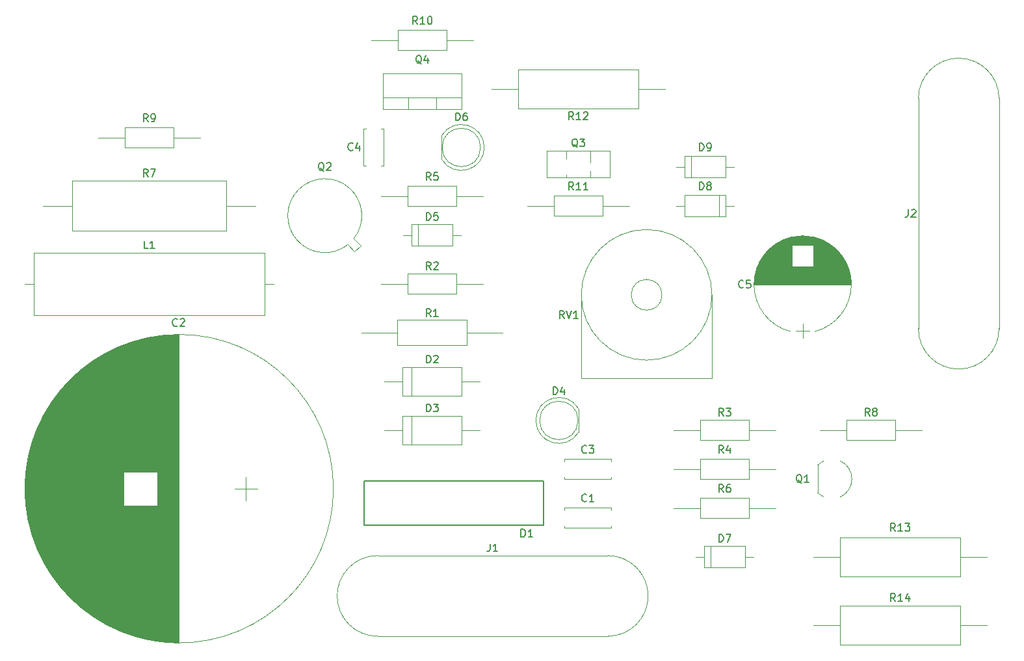
<source format=gbr>
G04 #@! TF.FileFunction,Legend,Top*
%FSLAX46Y46*%
G04 Gerber Fmt 4.6, Leading zero omitted, Abs format (unit mm)*
G04 Created by KiCad (PCBNEW 4.0.7) date 06/09/18 23:49:40*
%MOMM*%
%LPD*%
G01*
G04 APERTURE LIST*
%ADD10C,0.100000*%
%ADD11C,0.120000*%
%ADD12C,0.150000*%
G04 APERTURE END LIST*
D10*
D11*
X142950000Y-119340000D02*
X149070000Y-119340000D01*
X142950000Y-121960000D02*
X149070000Y-121960000D01*
X142950000Y-119340000D02*
X142950000Y-119654000D01*
X142950000Y-121646000D02*
X142950000Y-121960000D01*
X149070000Y-119340000D02*
X149070000Y-119654000D01*
X149070000Y-121646000D02*
X149070000Y-121960000D01*
X112880000Y-116840000D02*
G75*
G03X112880000Y-116840000I-20090000J0D01*
G01*
X92790000Y-136890000D02*
X92790000Y-96790000D01*
X92750000Y-136890000D02*
X92750000Y-96790000D01*
X92710000Y-136890000D02*
X92710000Y-96790000D01*
X92670000Y-136890000D02*
X92670000Y-96790000D01*
X92630000Y-136890000D02*
X92630000Y-96790000D01*
X92590000Y-136890000D02*
X92590000Y-96790000D01*
X92550000Y-136889000D02*
X92550000Y-96791000D01*
X92510000Y-136889000D02*
X92510000Y-96791000D01*
X92470000Y-136888000D02*
X92470000Y-96792000D01*
X92430000Y-136887000D02*
X92430000Y-96793000D01*
X92390000Y-136887000D02*
X92390000Y-96793000D01*
X92350000Y-136886000D02*
X92350000Y-96794000D01*
X92310000Y-136885000D02*
X92310000Y-96795000D01*
X92270000Y-136884000D02*
X92270000Y-96796000D01*
X92230000Y-136883000D02*
X92230000Y-96797000D01*
X92190000Y-136882000D02*
X92190000Y-96798000D01*
X92150000Y-136880000D02*
X92150000Y-96800000D01*
X92110000Y-136879000D02*
X92110000Y-96801000D01*
X92069000Y-136878000D02*
X92069000Y-96802000D01*
X92029000Y-136876000D02*
X92029000Y-96804000D01*
X91989000Y-136875000D02*
X91989000Y-96805000D01*
X91949000Y-136873000D02*
X91949000Y-96807000D01*
X91909000Y-136871000D02*
X91909000Y-96809000D01*
X91869000Y-136869000D02*
X91869000Y-96811000D01*
X91829000Y-136868000D02*
X91829000Y-96812000D01*
X91789000Y-136866000D02*
X91789000Y-96814000D01*
X91749000Y-136864000D02*
X91749000Y-96816000D01*
X91709000Y-136861000D02*
X91709000Y-96819000D01*
X91669000Y-136859000D02*
X91669000Y-96821000D01*
X91629000Y-136857000D02*
X91629000Y-96823000D01*
X91589000Y-136855000D02*
X91589000Y-96825000D01*
X91549000Y-136852000D02*
X91549000Y-96828000D01*
X91509000Y-136850000D02*
X91509000Y-96830000D01*
X91469000Y-136847000D02*
X91469000Y-96833000D01*
X91429000Y-136844000D02*
X91429000Y-96836000D01*
X91389000Y-136842000D02*
X91389000Y-96838000D01*
X91349000Y-136839000D02*
X91349000Y-96841000D01*
X91309000Y-136836000D02*
X91309000Y-96844000D01*
X91269000Y-136833000D02*
X91269000Y-96847000D01*
X91229000Y-136830000D02*
X91229000Y-96850000D01*
X91189000Y-136827000D02*
X91189000Y-96853000D01*
X91149000Y-136823000D02*
X91149000Y-96857000D01*
X91109000Y-136820000D02*
X91109000Y-96860000D01*
X91069000Y-136817000D02*
X91069000Y-96863000D01*
X91029000Y-136813000D02*
X91029000Y-96867000D01*
X90989000Y-136810000D02*
X90989000Y-96870000D01*
X90949000Y-136806000D02*
X90949000Y-96874000D01*
X90909000Y-136802000D02*
X90909000Y-96878000D01*
X90869000Y-136799000D02*
X90869000Y-96881000D01*
X90829000Y-136795000D02*
X90829000Y-96885000D01*
X90789000Y-136791000D02*
X90789000Y-96889000D01*
X90749000Y-136787000D02*
X90749000Y-96893000D01*
X90709000Y-136783000D02*
X90709000Y-96897000D01*
X90669000Y-136778000D02*
X90669000Y-96902000D01*
X90629000Y-136774000D02*
X90629000Y-96906000D01*
X90589000Y-136770000D02*
X90589000Y-96910000D01*
X90549000Y-136765000D02*
X90549000Y-96915000D01*
X90509000Y-136761000D02*
X90509000Y-96919000D01*
X90469000Y-136756000D02*
X90469000Y-96924000D01*
X90429000Y-136751000D02*
X90429000Y-96929000D01*
X90389000Y-136747000D02*
X90389000Y-96933000D01*
X90349000Y-136742000D02*
X90349000Y-96938000D01*
X90309000Y-136737000D02*
X90309000Y-96943000D01*
X90269000Y-136732000D02*
X90269000Y-96948000D01*
X90229000Y-136727000D02*
X90229000Y-96953000D01*
X90189000Y-136722000D02*
X90189000Y-96958000D01*
X90149000Y-136716000D02*
X90149000Y-96964000D01*
X90109000Y-136711000D02*
X90109000Y-96969000D01*
X90069000Y-136706000D02*
X90069000Y-96974000D01*
X90029000Y-136700000D02*
X90029000Y-96980000D01*
X89989000Y-136694000D02*
X89989000Y-96986000D01*
X89949000Y-136689000D02*
X89949000Y-119020000D01*
X89949000Y-114660000D02*
X89949000Y-96991000D01*
X89909000Y-136683000D02*
X89909000Y-119020000D01*
X89909000Y-114660000D02*
X89909000Y-96997000D01*
X89869000Y-136677000D02*
X89869000Y-119020000D01*
X89869000Y-114660000D02*
X89869000Y-97003000D01*
X89829000Y-136671000D02*
X89829000Y-119020000D01*
X89829000Y-114660000D02*
X89829000Y-97009000D01*
X89789000Y-136665000D02*
X89789000Y-119020000D01*
X89789000Y-114660000D02*
X89789000Y-97015000D01*
X89749000Y-136659000D02*
X89749000Y-119020000D01*
X89749000Y-114660000D02*
X89749000Y-97021000D01*
X89709000Y-136653000D02*
X89709000Y-119020000D01*
X89709000Y-114660000D02*
X89709000Y-97027000D01*
X89669000Y-136647000D02*
X89669000Y-119020000D01*
X89669000Y-114660000D02*
X89669000Y-97033000D01*
X89629000Y-136640000D02*
X89629000Y-119020000D01*
X89629000Y-114660000D02*
X89629000Y-97040000D01*
X89589000Y-136634000D02*
X89589000Y-119020000D01*
X89589000Y-114660000D02*
X89589000Y-97046000D01*
X89549000Y-136628000D02*
X89549000Y-119020000D01*
X89549000Y-114660000D02*
X89549000Y-97052000D01*
X89509000Y-136621000D02*
X89509000Y-119020000D01*
X89509000Y-114660000D02*
X89509000Y-97059000D01*
X89469000Y-136614000D02*
X89469000Y-119020000D01*
X89469000Y-114660000D02*
X89469000Y-97066000D01*
X89429000Y-136608000D02*
X89429000Y-119020000D01*
X89429000Y-114660000D02*
X89429000Y-97072000D01*
X89389000Y-136601000D02*
X89389000Y-119020000D01*
X89389000Y-114660000D02*
X89389000Y-97079000D01*
X89349000Y-136594000D02*
X89349000Y-119020000D01*
X89349000Y-114660000D02*
X89349000Y-97086000D01*
X89309000Y-136587000D02*
X89309000Y-119020000D01*
X89309000Y-114660000D02*
X89309000Y-97093000D01*
X89269000Y-136580000D02*
X89269000Y-119020000D01*
X89269000Y-114660000D02*
X89269000Y-97100000D01*
X89229000Y-136573000D02*
X89229000Y-119020000D01*
X89229000Y-114660000D02*
X89229000Y-97107000D01*
X89189000Y-136565000D02*
X89189000Y-119020000D01*
X89189000Y-114660000D02*
X89189000Y-97115000D01*
X89149000Y-136558000D02*
X89149000Y-119020000D01*
X89149000Y-114660000D02*
X89149000Y-97122000D01*
X89109000Y-136551000D02*
X89109000Y-119020000D01*
X89109000Y-114660000D02*
X89109000Y-97129000D01*
X89069000Y-136543000D02*
X89069000Y-119020000D01*
X89069000Y-114660000D02*
X89069000Y-97137000D01*
X89029000Y-136536000D02*
X89029000Y-119020000D01*
X89029000Y-114660000D02*
X89029000Y-97144000D01*
X88989000Y-136528000D02*
X88989000Y-119020000D01*
X88989000Y-114660000D02*
X88989000Y-97152000D01*
X88949000Y-136520000D02*
X88949000Y-119020000D01*
X88949000Y-114660000D02*
X88949000Y-97160000D01*
X88909000Y-136512000D02*
X88909000Y-119020000D01*
X88909000Y-114660000D02*
X88909000Y-97168000D01*
X88869000Y-136504000D02*
X88869000Y-119020000D01*
X88869000Y-114660000D02*
X88869000Y-97176000D01*
X88829000Y-136496000D02*
X88829000Y-119020000D01*
X88829000Y-114660000D02*
X88829000Y-97184000D01*
X88789000Y-136488000D02*
X88789000Y-119020000D01*
X88789000Y-114660000D02*
X88789000Y-97192000D01*
X88749000Y-136480000D02*
X88749000Y-119020000D01*
X88749000Y-114660000D02*
X88749000Y-97200000D01*
X88709000Y-136472000D02*
X88709000Y-119020000D01*
X88709000Y-114660000D02*
X88709000Y-97208000D01*
X88669000Y-136464000D02*
X88669000Y-119020000D01*
X88669000Y-114660000D02*
X88669000Y-97216000D01*
X88629000Y-136455000D02*
X88629000Y-119020000D01*
X88629000Y-114660000D02*
X88629000Y-97225000D01*
X88589000Y-136447000D02*
X88589000Y-119020000D01*
X88589000Y-114660000D02*
X88589000Y-97233000D01*
X88549000Y-136438000D02*
X88549000Y-119020000D01*
X88549000Y-114660000D02*
X88549000Y-97242000D01*
X88509000Y-136429000D02*
X88509000Y-119020000D01*
X88509000Y-114660000D02*
X88509000Y-97251000D01*
X88469000Y-136421000D02*
X88469000Y-119020000D01*
X88469000Y-114660000D02*
X88469000Y-97259000D01*
X88429000Y-136412000D02*
X88429000Y-119020000D01*
X88429000Y-114660000D02*
X88429000Y-97268000D01*
X88389000Y-136403000D02*
X88389000Y-119020000D01*
X88389000Y-114660000D02*
X88389000Y-97277000D01*
X88349000Y-136394000D02*
X88349000Y-119020000D01*
X88349000Y-114660000D02*
X88349000Y-97286000D01*
X88309000Y-136385000D02*
X88309000Y-119020000D01*
X88309000Y-114660000D02*
X88309000Y-97295000D01*
X88269000Y-136375000D02*
X88269000Y-119020000D01*
X88269000Y-114660000D02*
X88269000Y-97305000D01*
X88229000Y-136366000D02*
X88229000Y-119020000D01*
X88229000Y-114660000D02*
X88229000Y-97314000D01*
X88189000Y-136357000D02*
X88189000Y-119020000D01*
X88189000Y-114660000D02*
X88189000Y-97323000D01*
X88149000Y-136347000D02*
X88149000Y-119020000D01*
X88149000Y-114660000D02*
X88149000Y-97333000D01*
X88109000Y-136338000D02*
X88109000Y-119020000D01*
X88109000Y-114660000D02*
X88109000Y-97342000D01*
X88069000Y-136328000D02*
X88069000Y-119020000D01*
X88069000Y-114660000D02*
X88069000Y-97352000D01*
X88029000Y-136318000D02*
X88029000Y-119020000D01*
X88029000Y-114660000D02*
X88029000Y-97362000D01*
X87989000Y-136309000D02*
X87989000Y-119020000D01*
X87989000Y-114660000D02*
X87989000Y-97371000D01*
X87949000Y-136299000D02*
X87949000Y-119020000D01*
X87949000Y-114660000D02*
X87949000Y-97381000D01*
X87909000Y-136289000D02*
X87909000Y-119020000D01*
X87909000Y-114660000D02*
X87909000Y-97391000D01*
X87869000Y-136279000D02*
X87869000Y-119020000D01*
X87869000Y-114660000D02*
X87869000Y-97401000D01*
X87829000Y-136269000D02*
X87829000Y-119020000D01*
X87829000Y-114660000D02*
X87829000Y-97411000D01*
X87789000Y-136258000D02*
X87789000Y-119020000D01*
X87789000Y-114660000D02*
X87789000Y-97422000D01*
X87749000Y-136248000D02*
X87749000Y-119020000D01*
X87749000Y-114660000D02*
X87749000Y-97432000D01*
X87709000Y-136238000D02*
X87709000Y-119020000D01*
X87709000Y-114660000D02*
X87709000Y-97442000D01*
X87669000Y-136227000D02*
X87669000Y-119020000D01*
X87669000Y-114660000D02*
X87669000Y-97453000D01*
X87629000Y-136217000D02*
X87629000Y-119020000D01*
X87629000Y-114660000D02*
X87629000Y-97463000D01*
X87589000Y-136206000D02*
X87589000Y-119020000D01*
X87589000Y-114660000D02*
X87589000Y-97474000D01*
X87549000Y-136195000D02*
X87549000Y-119020000D01*
X87549000Y-114660000D02*
X87549000Y-97485000D01*
X87509000Y-136184000D02*
X87509000Y-119020000D01*
X87509000Y-114660000D02*
X87509000Y-97496000D01*
X87469000Y-136173000D02*
X87469000Y-119020000D01*
X87469000Y-114660000D02*
X87469000Y-97507000D01*
X87429000Y-136162000D02*
X87429000Y-119020000D01*
X87429000Y-114660000D02*
X87429000Y-97518000D01*
X87389000Y-136151000D02*
X87389000Y-119020000D01*
X87389000Y-114660000D02*
X87389000Y-97529000D01*
X87349000Y-136140000D02*
X87349000Y-119020000D01*
X87349000Y-114660000D02*
X87349000Y-97540000D01*
X87309000Y-136129000D02*
X87309000Y-119020000D01*
X87309000Y-114660000D02*
X87309000Y-97551000D01*
X87269000Y-136117000D02*
X87269000Y-119020000D01*
X87269000Y-114660000D02*
X87269000Y-97563000D01*
X87229000Y-136106000D02*
X87229000Y-119020000D01*
X87229000Y-114660000D02*
X87229000Y-97574000D01*
X87189000Y-136094000D02*
X87189000Y-119020000D01*
X87189000Y-114660000D02*
X87189000Y-97586000D01*
X87149000Y-136083000D02*
X87149000Y-119020000D01*
X87149000Y-114660000D02*
X87149000Y-97597000D01*
X87109000Y-136071000D02*
X87109000Y-119020000D01*
X87109000Y-114660000D02*
X87109000Y-97609000D01*
X87069000Y-136059000D02*
X87069000Y-119020000D01*
X87069000Y-114660000D02*
X87069000Y-97621000D01*
X87029000Y-136047000D02*
X87029000Y-119020000D01*
X87029000Y-114660000D02*
X87029000Y-97633000D01*
X86989000Y-136035000D02*
X86989000Y-119020000D01*
X86989000Y-114660000D02*
X86989000Y-97645000D01*
X86949000Y-136023000D02*
X86949000Y-119020000D01*
X86949000Y-114660000D02*
X86949000Y-97657000D01*
X86909000Y-136011000D02*
X86909000Y-119020000D01*
X86909000Y-114660000D02*
X86909000Y-97669000D01*
X86869000Y-135998000D02*
X86869000Y-119020000D01*
X86869000Y-114660000D02*
X86869000Y-97682000D01*
X86829000Y-135986000D02*
X86829000Y-119020000D01*
X86829000Y-114660000D02*
X86829000Y-97694000D01*
X86789000Y-135974000D02*
X86789000Y-119020000D01*
X86789000Y-114660000D02*
X86789000Y-97706000D01*
X86749000Y-135961000D02*
X86749000Y-119020000D01*
X86749000Y-114660000D02*
X86749000Y-97719000D01*
X86709000Y-135948000D02*
X86709000Y-119020000D01*
X86709000Y-114660000D02*
X86709000Y-97732000D01*
X86669000Y-135936000D02*
X86669000Y-119020000D01*
X86669000Y-114660000D02*
X86669000Y-97744000D01*
X86629000Y-135923000D02*
X86629000Y-119020000D01*
X86629000Y-114660000D02*
X86629000Y-97757000D01*
X86589000Y-135910000D02*
X86589000Y-119020000D01*
X86589000Y-114660000D02*
X86589000Y-97770000D01*
X86549000Y-135897000D02*
X86549000Y-119020000D01*
X86549000Y-114660000D02*
X86549000Y-97783000D01*
X86509000Y-135884000D02*
X86509000Y-119020000D01*
X86509000Y-114660000D02*
X86509000Y-97796000D01*
X86469000Y-135871000D02*
X86469000Y-119020000D01*
X86469000Y-114660000D02*
X86469000Y-97809000D01*
X86429000Y-135857000D02*
X86429000Y-119020000D01*
X86429000Y-114660000D02*
X86429000Y-97823000D01*
X86389000Y-135844000D02*
X86389000Y-119020000D01*
X86389000Y-114660000D02*
X86389000Y-97836000D01*
X86349000Y-135830000D02*
X86349000Y-119020000D01*
X86349000Y-114660000D02*
X86349000Y-97850000D01*
X86309000Y-135817000D02*
X86309000Y-119020000D01*
X86309000Y-114660000D02*
X86309000Y-97863000D01*
X86269000Y-135803000D02*
X86269000Y-119020000D01*
X86269000Y-114660000D02*
X86269000Y-97877000D01*
X86229000Y-135789000D02*
X86229000Y-119020000D01*
X86229000Y-114660000D02*
X86229000Y-97891000D01*
X86189000Y-135775000D02*
X86189000Y-119020000D01*
X86189000Y-114660000D02*
X86189000Y-97905000D01*
X86149000Y-135761000D02*
X86149000Y-119020000D01*
X86149000Y-114660000D02*
X86149000Y-97919000D01*
X86109000Y-135747000D02*
X86109000Y-119020000D01*
X86109000Y-114660000D02*
X86109000Y-97933000D01*
X86069000Y-135733000D02*
X86069000Y-119020000D01*
X86069000Y-114660000D02*
X86069000Y-97947000D01*
X86029000Y-135719000D02*
X86029000Y-119020000D01*
X86029000Y-114660000D02*
X86029000Y-97961000D01*
X85989000Y-135705000D02*
X85989000Y-119020000D01*
X85989000Y-114660000D02*
X85989000Y-97975000D01*
X85949000Y-135690000D02*
X85949000Y-119020000D01*
X85949000Y-114660000D02*
X85949000Y-97990000D01*
X85909000Y-135676000D02*
X85909000Y-119020000D01*
X85909000Y-114660000D02*
X85909000Y-98004000D01*
X85869000Y-135661000D02*
X85869000Y-119020000D01*
X85869000Y-114660000D02*
X85869000Y-98019000D01*
X85829000Y-135646000D02*
X85829000Y-119020000D01*
X85829000Y-114660000D02*
X85829000Y-98034000D01*
X85789000Y-135632000D02*
X85789000Y-119020000D01*
X85789000Y-114660000D02*
X85789000Y-98048000D01*
X85749000Y-135617000D02*
X85749000Y-119020000D01*
X85749000Y-114660000D02*
X85749000Y-98063000D01*
X85709000Y-135602000D02*
X85709000Y-119020000D01*
X85709000Y-114660000D02*
X85709000Y-98078000D01*
X85669000Y-135586000D02*
X85669000Y-119020000D01*
X85669000Y-114660000D02*
X85669000Y-98094000D01*
X85629000Y-135571000D02*
X85629000Y-119020000D01*
X85629000Y-114660000D02*
X85629000Y-98109000D01*
X85589000Y-135556000D02*
X85589000Y-98124000D01*
X85549000Y-135541000D02*
X85549000Y-98139000D01*
X85509000Y-135525000D02*
X85509000Y-98155000D01*
X85469000Y-135509000D02*
X85469000Y-98171000D01*
X85429000Y-135494000D02*
X85429000Y-98186000D01*
X85389000Y-135478000D02*
X85389000Y-98202000D01*
X85349000Y-135462000D02*
X85349000Y-98218000D01*
X85309000Y-135446000D02*
X85309000Y-98234000D01*
X85269000Y-135430000D02*
X85269000Y-98250000D01*
X85229000Y-135414000D02*
X85229000Y-98266000D01*
X85189000Y-135397000D02*
X85189000Y-98283000D01*
X85149000Y-135381000D02*
X85149000Y-98299000D01*
X85109000Y-135365000D02*
X85109000Y-98315000D01*
X85069000Y-135348000D02*
X85069000Y-98332000D01*
X85029000Y-135331000D02*
X85029000Y-98349000D01*
X84989000Y-135314000D02*
X84989000Y-98366000D01*
X84949000Y-135298000D02*
X84949000Y-98382000D01*
X84909000Y-135281000D02*
X84909000Y-98399000D01*
X84869000Y-135263000D02*
X84869000Y-98417000D01*
X84829000Y-135246000D02*
X84829000Y-98434000D01*
X84789000Y-135229000D02*
X84789000Y-98451000D01*
X84749000Y-135212000D02*
X84749000Y-98468000D01*
X84709000Y-135194000D02*
X84709000Y-98486000D01*
X84669000Y-135176000D02*
X84669000Y-98504000D01*
X84629000Y-135159000D02*
X84629000Y-98521000D01*
X84590000Y-135141000D02*
X84590000Y-98539000D01*
X84550000Y-135123000D02*
X84550000Y-98557000D01*
X84510000Y-135105000D02*
X84510000Y-98575000D01*
X84470000Y-135087000D02*
X84470000Y-98593000D01*
X84430000Y-135068000D02*
X84430000Y-98612000D01*
X84390000Y-135050000D02*
X84390000Y-98630000D01*
X84350000Y-135032000D02*
X84350000Y-98648000D01*
X84310000Y-135013000D02*
X84310000Y-98667000D01*
X84270000Y-134994000D02*
X84270000Y-98686000D01*
X84230000Y-134976000D02*
X84230000Y-98704000D01*
X84190000Y-134957000D02*
X84190000Y-98723000D01*
X84150000Y-134938000D02*
X84150000Y-98742000D01*
X84110000Y-134919000D02*
X84110000Y-98761000D01*
X84070000Y-134899000D02*
X84070000Y-98781000D01*
X84030000Y-134880000D02*
X84030000Y-98800000D01*
X83990000Y-134861000D02*
X83990000Y-98819000D01*
X83950000Y-134841000D02*
X83950000Y-98839000D01*
X83910000Y-134821000D02*
X83910000Y-98859000D01*
X83870000Y-134802000D02*
X83870000Y-98878000D01*
X83830000Y-134782000D02*
X83830000Y-98898000D01*
X83790000Y-134762000D02*
X83790000Y-98918000D01*
X83750000Y-134742000D02*
X83750000Y-98938000D01*
X83710000Y-134721000D02*
X83710000Y-98959000D01*
X83670000Y-134701000D02*
X83670000Y-98979000D01*
X83630000Y-134681000D02*
X83630000Y-98999000D01*
X83590000Y-134660000D02*
X83590000Y-99020000D01*
X83550000Y-134640000D02*
X83550000Y-99040000D01*
X83510000Y-134619000D02*
X83510000Y-99061000D01*
X83470000Y-134598000D02*
X83470000Y-99082000D01*
X83430000Y-134577000D02*
X83430000Y-99103000D01*
X83390000Y-134556000D02*
X83390000Y-99124000D01*
X83350000Y-134534000D02*
X83350000Y-99146000D01*
X83310000Y-134513000D02*
X83310000Y-99167000D01*
X83270000Y-134492000D02*
X83270000Y-99188000D01*
X83230000Y-134470000D02*
X83230000Y-99210000D01*
X83190000Y-134448000D02*
X83190000Y-99232000D01*
X83150000Y-134427000D02*
X83150000Y-99253000D01*
X83110000Y-134405000D02*
X83110000Y-99275000D01*
X83070000Y-134383000D02*
X83070000Y-99297000D01*
X83030000Y-134360000D02*
X83030000Y-99320000D01*
X82990000Y-134338000D02*
X82990000Y-99342000D01*
X82950000Y-134316000D02*
X82950000Y-99364000D01*
X82910000Y-134293000D02*
X82910000Y-99387000D01*
X82870000Y-134271000D02*
X82870000Y-99409000D01*
X82830000Y-134248000D02*
X82830000Y-99432000D01*
X82790000Y-134225000D02*
X82790000Y-99455000D01*
X82750000Y-134202000D02*
X82750000Y-99478000D01*
X82710000Y-134179000D02*
X82710000Y-99501000D01*
X82670000Y-134155000D02*
X82670000Y-99525000D01*
X82630000Y-134132000D02*
X82630000Y-99548000D01*
X82590000Y-134109000D02*
X82590000Y-99571000D01*
X82550000Y-134085000D02*
X82550000Y-99595000D01*
X82510000Y-134061000D02*
X82510000Y-99619000D01*
X82470000Y-134037000D02*
X82470000Y-99643000D01*
X82430000Y-134013000D02*
X82430000Y-99667000D01*
X82390000Y-133989000D02*
X82390000Y-99691000D01*
X82350000Y-133965000D02*
X82350000Y-99715000D01*
X82310000Y-133940000D02*
X82310000Y-99740000D01*
X82270000Y-133916000D02*
X82270000Y-99764000D01*
X82230000Y-133891000D02*
X82230000Y-99789000D01*
X82190000Y-133866000D02*
X82190000Y-99814000D01*
X82150000Y-133842000D02*
X82150000Y-99838000D01*
X82110000Y-133817000D02*
X82110000Y-99863000D01*
X82070000Y-133791000D02*
X82070000Y-99889000D01*
X82030000Y-133766000D02*
X82030000Y-99914000D01*
X81990000Y-133741000D02*
X81990000Y-99939000D01*
X81950000Y-133715000D02*
X81950000Y-99965000D01*
X81910000Y-133689000D02*
X81910000Y-99991000D01*
X81870000Y-133664000D02*
X81870000Y-100016000D01*
X81830000Y-133638000D02*
X81830000Y-100042000D01*
X81790000Y-133611000D02*
X81790000Y-100069000D01*
X81750000Y-133585000D02*
X81750000Y-100095000D01*
X81710000Y-133559000D02*
X81710000Y-100121000D01*
X81670000Y-133532000D02*
X81670000Y-100148000D01*
X81630000Y-133506000D02*
X81630000Y-100174000D01*
X81590000Y-133479000D02*
X81590000Y-100201000D01*
X81550000Y-133452000D02*
X81550000Y-100228000D01*
X81510000Y-133425000D02*
X81510000Y-100255000D01*
X81470000Y-133398000D02*
X81470000Y-100282000D01*
X81430000Y-133370000D02*
X81430000Y-100310000D01*
X81390000Y-133343000D02*
X81390000Y-100337000D01*
X81350000Y-133315000D02*
X81350000Y-100365000D01*
X81310000Y-133287000D02*
X81310000Y-100393000D01*
X81270000Y-133259000D02*
X81270000Y-100421000D01*
X81230000Y-133231000D02*
X81230000Y-100449000D01*
X81190000Y-133203000D02*
X81190000Y-100477000D01*
X81150000Y-133175000D02*
X81150000Y-100505000D01*
X81110000Y-133146000D02*
X81110000Y-100534000D01*
X81070000Y-133118000D02*
X81070000Y-100562000D01*
X81030000Y-133089000D02*
X81030000Y-100591000D01*
X80990000Y-133060000D02*
X80990000Y-100620000D01*
X80950000Y-133031000D02*
X80950000Y-100649000D01*
X80910000Y-133002000D02*
X80910000Y-100678000D01*
X80870000Y-132972000D02*
X80870000Y-100708000D01*
X80830000Y-132943000D02*
X80830000Y-100737000D01*
X80790000Y-132913000D02*
X80790000Y-100767000D01*
X80750000Y-132883000D02*
X80750000Y-100797000D01*
X80710000Y-132853000D02*
X80710000Y-100827000D01*
X80670000Y-132823000D02*
X80670000Y-100857000D01*
X80630000Y-132792000D02*
X80630000Y-100888000D01*
X80590000Y-132762000D02*
X80590000Y-100918000D01*
X80550000Y-132731000D02*
X80550000Y-100949000D01*
X80510000Y-132700000D02*
X80510000Y-100980000D01*
X80470000Y-132670000D02*
X80470000Y-101010000D01*
X80430000Y-132638000D02*
X80430000Y-101042000D01*
X80390000Y-132607000D02*
X80390000Y-101073000D01*
X80350000Y-132576000D02*
X80350000Y-101104000D01*
X80310000Y-132544000D02*
X80310000Y-101136000D01*
X80270000Y-132512000D02*
X80270000Y-101168000D01*
X80230000Y-132480000D02*
X80230000Y-101200000D01*
X80190000Y-132448000D02*
X80190000Y-101232000D01*
X80150000Y-132416000D02*
X80150000Y-101264000D01*
X80110000Y-132383000D02*
X80110000Y-101297000D01*
X80070000Y-132351000D02*
X80070000Y-101329000D01*
X80030000Y-132318000D02*
X80030000Y-101362000D01*
X79990000Y-132285000D02*
X79990000Y-101395000D01*
X79950000Y-132252000D02*
X79950000Y-101428000D01*
X79910000Y-132218000D02*
X79910000Y-101462000D01*
X79870000Y-132185000D02*
X79870000Y-101495000D01*
X79830000Y-132151000D02*
X79830000Y-101529000D01*
X79790000Y-132117000D02*
X79790000Y-101563000D01*
X79750000Y-132083000D02*
X79750000Y-101597000D01*
X79710000Y-132049000D02*
X79710000Y-101631000D01*
X79670000Y-132015000D02*
X79670000Y-101665000D01*
X79630000Y-131980000D02*
X79630000Y-101700000D01*
X79590000Y-131945000D02*
X79590000Y-101735000D01*
X79550000Y-131910000D02*
X79550000Y-101770000D01*
X79510000Y-131875000D02*
X79510000Y-101805000D01*
X79470000Y-131840000D02*
X79470000Y-101840000D01*
X79430000Y-131804000D02*
X79430000Y-101876000D01*
X79390000Y-131769000D02*
X79390000Y-101911000D01*
X79350000Y-131733000D02*
X79350000Y-101947000D01*
X79310000Y-131697000D02*
X79310000Y-101983000D01*
X79270000Y-131660000D02*
X79270000Y-102020000D01*
X79230000Y-131624000D02*
X79230000Y-102056000D01*
X79190000Y-131587000D02*
X79190000Y-102093000D01*
X79150000Y-131550000D02*
X79150000Y-102130000D01*
X79110000Y-131513000D02*
X79110000Y-102167000D01*
X79070000Y-131476000D02*
X79070000Y-102204000D01*
X79030000Y-131438000D02*
X79030000Y-102242000D01*
X78990000Y-131401000D02*
X78990000Y-102279000D01*
X78950000Y-131363000D02*
X78950000Y-102317000D01*
X78910000Y-131325000D02*
X78910000Y-102355000D01*
X78870000Y-131286000D02*
X78870000Y-102394000D01*
X78830000Y-131248000D02*
X78830000Y-102432000D01*
X78790000Y-131209000D02*
X78790000Y-102471000D01*
X78750000Y-131170000D02*
X78750000Y-102510000D01*
X78710000Y-131131000D02*
X78710000Y-102549000D01*
X78670000Y-131092000D02*
X78670000Y-102588000D01*
X78630000Y-131052000D02*
X78630000Y-102628000D01*
X78590000Y-131012000D02*
X78590000Y-102668000D01*
X78550000Y-130972000D02*
X78550000Y-102708000D01*
X78510000Y-130932000D02*
X78510000Y-102748000D01*
X78470000Y-130891000D02*
X78470000Y-102789000D01*
X78430000Y-130850000D02*
X78430000Y-102830000D01*
X78390000Y-130809000D02*
X78390000Y-102871000D01*
X78350000Y-130768000D02*
X78350000Y-102912000D01*
X78310000Y-130727000D02*
X78310000Y-102953000D01*
X78270000Y-130685000D02*
X78270000Y-102995000D01*
X78230000Y-130643000D02*
X78230000Y-103037000D01*
X78190000Y-130601000D02*
X78190000Y-103079000D01*
X78150000Y-130558000D02*
X78150000Y-103122000D01*
X78110000Y-130516000D02*
X78110000Y-103164000D01*
X78070000Y-130473000D02*
X78070000Y-103207000D01*
X78030000Y-130430000D02*
X78030000Y-103250000D01*
X77990000Y-130386000D02*
X77990000Y-103294000D01*
X77950000Y-130342000D02*
X77950000Y-103338000D01*
X77910000Y-130298000D02*
X77910000Y-103382000D01*
X77870000Y-130254000D02*
X77870000Y-103426000D01*
X77830000Y-130210000D02*
X77830000Y-103470000D01*
X77790000Y-130165000D02*
X77790000Y-103515000D01*
X77750000Y-130120000D02*
X77750000Y-103560000D01*
X77710000Y-130075000D02*
X77710000Y-103605000D01*
X77670000Y-130029000D02*
X77670000Y-103651000D01*
X77630000Y-129983000D02*
X77630000Y-103697000D01*
X77590000Y-129937000D02*
X77590000Y-103743000D01*
X77550000Y-129891000D02*
X77550000Y-103789000D01*
X77510000Y-129844000D02*
X77510000Y-103836000D01*
X77470000Y-129797000D02*
X77470000Y-103883000D01*
X77430000Y-129750000D02*
X77430000Y-103930000D01*
X77390000Y-129702000D02*
X77390000Y-103978000D01*
X77350000Y-129654000D02*
X77350000Y-104026000D01*
X77310000Y-129606000D02*
X77310000Y-104074000D01*
X77270000Y-129557000D02*
X77270000Y-104123000D01*
X77230000Y-129509000D02*
X77230000Y-104171000D01*
X77190000Y-129459000D02*
X77190000Y-104221000D01*
X77150000Y-129410000D02*
X77150000Y-104270000D01*
X77110000Y-129360000D02*
X77110000Y-104320000D01*
X77070000Y-129310000D02*
X77070000Y-104370000D01*
X77030000Y-129260000D02*
X77030000Y-104420000D01*
X76990000Y-129209000D02*
X76990000Y-104471000D01*
X76950000Y-129158000D02*
X76950000Y-104522000D01*
X76910000Y-129106000D02*
X76910000Y-104574000D01*
X76870000Y-129055000D02*
X76870000Y-104625000D01*
X76830000Y-129002000D02*
X76830000Y-104678000D01*
X76790000Y-128950000D02*
X76790000Y-104730000D01*
X76750000Y-128897000D02*
X76750000Y-104783000D01*
X76710000Y-128844000D02*
X76710000Y-104836000D01*
X76670000Y-128790000D02*
X76670000Y-104890000D01*
X76630000Y-128736000D02*
X76630000Y-104944000D01*
X76590000Y-128682000D02*
X76590000Y-104998000D01*
X76550000Y-128627000D02*
X76550000Y-105053000D01*
X76510000Y-128572000D02*
X76510000Y-105108000D01*
X76470000Y-128517000D02*
X76470000Y-105163000D01*
X76430000Y-128461000D02*
X76430000Y-105219000D01*
X76390000Y-128404000D02*
X76390000Y-105276000D01*
X76350000Y-128348000D02*
X76350000Y-105332000D01*
X76310000Y-128290000D02*
X76310000Y-105390000D01*
X76270000Y-128233000D02*
X76270000Y-105447000D01*
X76230000Y-128175000D02*
X76230000Y-105505000D01*
X76190000Y-128116000D02*
X76190000Y-105564000D01*
X76150000Y-128057000D02*
X76150000Y-105623000D01*
X76110000Y-127998000D02*
X76110000Y-105682000D01*
X76070000Y-127938000D02*
X76070000Y-105742000D01*
X76030000Y-127878000D02*
X76030000Y-105802000D01*
X75990000Y-127817000D02*
X75990000Y-105863000D01*
X75950000Y-127756000D02*
X75950000Y-105924000D01*
X75910000Y-127694000D02*
X75910000Y-105986000D01*
X75870000Y-127632000D02*
X75870000Y-106048000D01*
X75830000Y-127569000D02*
X75830000Y-106111000D01*
X75790000Y-127506000D02*
X75790000Y-106174000D01*
X75750000Y-127442000D02*
X75750000Y-106238000D01*
X75710000Y-127378000D02*
X75710000Y-106302000D01*
X75670000Y-127313000D02*
X75670000Y-106367000D01*
X75630000Y-127248000D02*
X75630000Y-106432000D01*
X75590000Y-127182000D02*
X75590000Y-106498000D01*
X75550000Y-127115000D02*
X75550000Y-106565000D01*
X75510000Y-127048000D02*
X75510000Y-106632000D01*
X75470000Y-126980000D02*
X75470000Y-106700000D01*
X75430000Y-126912000D02*
X75430000Y-106768000D01*
X75390000Y-126843000D02*
X75390000Y-106837000D01*
X75350000Y-126773000D02*
X75350000Y-106907000D01*
X75310000Y-126703000D02*
X75310000Y-106977000D01*
X75270000Y-126632000D02*
X75270000Y-107048000D01*
X75230000Y-126560000D02*
X75230000Y-107120000D01*
X75190000Y-126488000D02*
X75190000Y-107192000D01*
X75150000Y-126415000D02*
X75150000Y-107265000D01*
X75110000Y-126341000D02*
X75110000Y-107339000D01*
X75070000Y-126267000D02*
X75070000Y-107413000D01*
X75030000Y-126191000D02*
X75030000Y-107489000D01*
X74990000Y-126115000D02*
X74990000Y-107565000D01*
X74950000Y-126039000D02*
X74950000Y-107641000D01*
X74910000Y-125961000D02*
X74910000Y-107719000D01*
X74870000Y-125882000D02*
X74870000Y-107798000D01*
X74830000Y-125803000D02*
X74830000Y-107877000D01*
X74790000Y-125723000D02*
X74790000Y-107957000D01*
X74750000Y-125642000D02*
X74750000Y-108038000D01*
X74710000Y-125560000D02*
X74710000Y-108120000D01*
X74670000Y-125477000D02*
X74670000Y-108203000D01*
X74630000Y-125393000D02*
X74630000Y-108287000D01*
X74590000Y-125307000D02*
X74590000Y-108373000D01*
X74550000Y-125221000D02*
X74550000Y-108459000D01*
X74510000Y-125134000D02*
X74510000Y-108546000D01*
X74470000Y-125046000D02*
X74470000Y-108634000D01*
X74430000Y-124956000D02*
X74430000Y-108724000D01*
X74390000Y-124866000D02*
X74390000Y-108814000D01*
X74350000Y-124774000D02*
X74350000Y-108906000D01*
X74310000Y-124681000D02*
X74310000Y-108999000D01*
X74270000Y-124586000D02*
X74270000Y-109094000D01*
X74230000Y-124490000D02*
X74230000Y-109190000D01*
X74190000Y-124393000D02*
X74190000Y-109287000D01*
X74150000Y-124294000D02*
X74150000Y-109386000D01*
X74110000Y-124194000D02*
X74110000Y-109486000D01*
X74070000Y-124092000D02*
X74070000Y-109588000D01*
X74030000Y-123989000D02*
X74030000Y-109691000D01*
X73990000Y-123883000D02*
X73990000Y-109797000D01*
X73950000Y-123776000D02*
X73950000Y-109904000D01*
X73910000Y-123667000D02*
X73910000Y-110013000D01*
X73870000Y-123556000D02*
X73870000Y-110124000D01*
X73830000Y-123443000D02*
X73830000Y-110237000D01*
X73790000Y-123328000D02*
X73790000Y-110352000D01*
X73750000Y-123210000D02*
X73750000Y-110470000D01*
X73710000Y-123090000D02*
X73710000Y-110590000D01*
X73670000Y-122968000D02*
X73670000Y-110712000D01*
X73630000Y-122842000D02*
X73630000Y-110838000D01*
X73590000Y-122714000D02*
X73590000Y-110966000D01*
X73550000Y-122582000D02*
X73550000Y-111098000D01*
X73510000Y-122448000D02*
X73510000Y-111232000D01*
X73470000Y-122309000D02*
X73470000Y-111371000D01*
X73430000Y-122167000D02*
X73430000Y-111513000D01*
X73390000Y-122020000D02*
X73390000Y-111660000D01*
X73350000Y-121869000D02*
X73350000Y-111811000D01*
X73310000Y-121714000D02*
X73310000Y-111966000D01*
X73270000Y-121552000D02*
X73270000Y-112128000D01*
X73230000Y-121385000D02*
X73230000Y-112295000D01*
X73190000Y-121211000D02*
X73190000Y-112469000D01*
X73150000Y-121029000D02*
X73150000Y-112651000D01*
X73110000Y-120839000D02*
X73110000Y-112841000D01*
X73070000Y-120638000D02*
X73070000Y-113042000D01*
X73030000Y-120427000D02*
X73030000Y-113253000D01*
X72990000Y-120202000D02*
X72990000Y-113478000D01*
X72950000Y-119960000D02*
X72950000Y-113720000D01*
X72910000Y-119698000D02*
X72910000Y-113982000D01*
X72870000Y-119409000D02*
X72870000Y-114271000D01*
X72830000Y-119082000D02*
X72830000Y-114598000D01*
X72790000Y-118700000D02*
X72790000Y-114980000D01*
X72750000Y-118217000D02*
X72750000Y-115463000D01*
X72710000Y-117434000D02*
X72710000Y-116246000D01*
X102990000Y-116840000D02*
X99990000Y-116840000D01*
X101490000Y-118340000D02*
X101490000Y-115340000D01*
X149070000Y-115610000D02*
X142950000Y-115610000D01*
X149070000Y-112990000D02*
X142950000Y-112990000D01*
X149070000Y-115610000D02*
X149070000Y-115296000D01*
X149070000Y-113304000D02*
X149070000Y-112990000D01*
X142950000Y-115610000D02*
X142950000Y-115296000D01*
X142950000Y-113304000D02*
X142950000Y-112990000D01*
X119420000Y-69940000D02*
X119420000Y-74760000D01*
X116800000Y-69940000D02*
X116800000Y-74760000D01*
X119420000Y-69940000D02*
X119106000Y-69940000D01*
X117114000Y-69940000D02*
X116800000Y-69940000D01*
X119420000Y-74760000D02*
X119106000Y-74760000D01*
X117114000Y-74760000D02*
X116800000Y-74760000D01*
X172405896Y-84091090D02*
G75*
G03X172410000Y-96369967I1584104J-6138910D01*
G01*
X175574104Y-84091090D02*
G75*
G02X175570000Y-96369967I-1584104J-6138910D01*
G01*
X175574104Y-84091090D02*
G75*
G03X172410000Y-84090033I-1584104J-6138910D01*
G01*
X167690000Y-90230000D02*
X180290000Y-90230000D01*
X167690000Y-90190000D02*
X180290000Y-90190000D01*
X167690000Y-90150000D02*
X180290000Y-90150000D01*
X167691000Y-90110000D02*
X180289000Y-90110000D01*
X167692000Y-90070000D02*
X180288000Y-90070000D01*
X167693000Y-90030000D02*
X180287000Y-90030000D01*
X167694000Y-89990000D02*
X180286000Y-89990000D01*
X167696000Y-89950000D02*
X180284000Y-89950000D01*
X167698000Y-89910000D02*
X180282000Y-89910000D01*
X167700000Y-89870000D02*
X180280000Y-89870000D01*
X167702000Y-89830000D02*
X180278000Y-89830000D01*
X167705000Y-89790000D02*
X180275000Y-89790000D01*
X167708000Y-89750000D02*
X180272000Y-89750000D01*
X167711000Y-89710000D02*
X180269000Y-89710000D01*
X167714000Y-89670000D02*
X180266000Y-89670000D01*
X167718000Y-89630000D02*
X180262000Y-89630000D01*
X167722000Y-89590000D02*
X180258000Y-89590000D01*
X167726000Y-89550000D02*
X180254000Y-89550000D01*
X167731000Y-89509000D02*
X180249000Y-89509000D01*
X167735000Y-89469000D02*
X180245000Y-89469000D01*
X167740000Y-89429000D02*
X180240000Y-89429000D01*
X167745000Y-89389000D02*
X180235000Y-89389000D01*
X167751000Y-89349000D02*
X180229000Y-89349000D01*
X167757000Y-89309000D02*
X180223000Y-89309000D01*
X167763000Y-89269000D02*
X180217000Y-89269000D01*
X167769000Y-89229000D02*
X180211000Y-89229000D01*
X167775000Y-89189000D02*
X180205000Y-89189000D01*
X167782000Y-89149000D02*
X180198000Y-89149000D01*
X167789000Y-89109000D02*
X180191000Y-89109000D01*
X167797000Y-89069000D02*
X180183000Y-89069000D01*
X167804000Y-89029000D02*
X180176000Y-89029000D01*
X167812000Y-88989000D02*
X180168000Y-88989000D01*
X167820000Y-88949000D02*
X180160000Y-88949000D01*
X167828000Y-88909000D02*
X180152000Y-88909000D01*
X167837000Y-88869000D02*
X180143000Y-88869000D01*
X167846000Y-88829000D02*
X180134000Y-88829000D01*
X167855000Y-88789000D02*
X180125000Y-88789000D01*
X167865000Y-88749000D02*
X180115000Y-88749000D01*
X167874000Y-88709000D02*
X180106000Y-88709000D01*
X167884000Y-88669000D02*
X180096000Y-88669000D01*
X167895000Y-88629000D02*
X180085000Y-88629000D01*
X167905000Y-88589000D02*
X180075000Y-88589000D01*
X167916000Y-88549000D02*
X180064000Y-88549000D01*
X167927000Y-88509000D02*
X180053000Y-88509000D01*
X167939000Y-88469000D02*
X180041000Y-88469000D01*
X167950000Y-88429000D02*
X180030000Y-88429000D01*
X167962000Y-88389000D02*
X180018000Y-88389000D01*
X167975000Y-88349000D02*
X180005000Y-88349000D01*
X167987000Y-88309000D02*
X179993000Y-88309000D01*
X168000000Y-88269000D02*
X179980000Y-88269000D01*
X168013000Y-88229000D02*
X179967000Y-88229000D01*
X168027000Y-88189000D02*
X179953000Y-88189000D01*
X168040000Y-88149000D02*
X179940000Y-88149000D01*
X168054000Y-88109000D02*
X179926000Y-88109000D01*
X168069000Y-88069000D02*
X179911000Y-88069000D01*
X168083000Y-88029000D02*
X179897000Y-88029000D01*
X168098000Y-87989000D02*
X179882000Y-87989000D01*
X168114000Y-87949000D02*
X179866000Y-87949000D01*
X168129000Y-87909000D02*
X179851000Y-87909000D01*
X168145000Y-87869000D02*
X179835000Y-87869000D01*
X168161000Y-87829000D02*
X172610000Y-87829000D01*
X175370000Y-87829000D02*
X179819000Y-87829000D01*
X168178000Y-87789000D02*
X172610000Y-87789000D01*
X175370000Y-87789000D02*
X179802000Y-87789000D01*
X168195000Y-87749000D02*
X172610000Y-87749000D01*
X175370000Y-87749000D02*
X179785000Y-87749000D01*
X168212000Y-87709000D02*
X172610000Y-87709000D01*
X175370000Y-87709000D02*
X179768000Y-87709000D01*
X168229000Y-87669000D02*
X172610000Y-87669000D01*
X175370000Y-87669000D02*
X179751000Y-87669000D01*
X168247000Y-87629000D02*
X172610000Y-87629000D01*
X175370000Y-87629000D02*
X179733000Y-87629000D01*
X168265000Y-87589000D02*
X172610000Y-87589000D01*
X175370000Y-87589000D02*
X179715000Y-87589000D01*
X168284000Y-87549000D02*
X172610000Y-87549000D01*
X175370000Y-87549000D02*
X179696000Y-87549000D01*
X168303000Y-87509000D02*
X172610000Y-87509000D01*
X175370000Y-87509000D02*
X179677000Y-87509000D01*
X168322000Y-87469000D02*
X172610000Y-87469000D01*
X175370000Y-87469000D02*
X179658000Y-87469000D01*
X168341000Y-87429000D02*
X172610000Y-87429000D01*
X175370000Y-87429000D02*
X179639000Y-87429000D01*
X168361000Y-87389000D02*
X172610000Y-87389000D01*
X175370000Y-87389000D02*
X179619000Y-87389000D01*
X168381000Y-87349000D02*
X172610000Y-87349000D01*
X175370000Y-87349000D02*
X179599000Y-87349000D01*
X168402000Y-87309000D02*
X172610000Y-87309000D01*
X175370000Y-87309000D02*
X179578000Y-87309000D01*
X168423000Y-87269000D02*
X172610000Y-87269000D01*
X175370000Y-87269000D02*
X179557000Y-87269000D01*
X168444000Y-87229000D02*
X172610000Y-87229000D01*
X175370000Y-87229000D02*
X179536000Y-87229000D01*
X168466000Y-87189000D02*
X172610000Y-87189000D01*
X175370000Y-87189000D02*
X179514000Y-87189000D01*
X168488000Y-87149000D02*
X172610000Y-87149000D01*
X175370000Y-87149000D02*
X179492000Y-87149000D01*
X168510000Y-87109000D02*
X172610000Y-87109000D01*
X175370000Y-87109000D02*
X179470000Y-87109000D01*
X168533000Y-87069000D02*
X172610000Y-87069000D01*
X175370000Y-87069000D02*
X179447000Y-87069000D01*
X168556000Y-87029000D02*
X172610000Y-87029000D01*
X175370000Y-87029000D02*
X179424000Y-87029000D01*
X168580000Y-86989000D02*
X172610000Y-86989000D01*
X175370000Y-86989000D02*
X179400000Y-86989000D01*
X168604000Y-86949000D02*
X172610000Y-86949000D01*
X175370000Y-86949000D02*
X179376000Y-86949000D01*
X168628000Y-86909000D02*
X172610000Y-86909000D01*
X175370000Y-86909000D02*
X179352000Y-86909000D01*
X168653000Y-86869000D02*
X172610000Y-86869000D01*
X175370000Y-86869000D02*
X179327000Y-86869000D01*
X168678000Y-86829000D02*
X172610000Y-86829000D01*
X175370000Y-86829000D02*
X179302000Y-86829000D01*
X168704000Y-86789000D02*
X172610000Y-86789000D01*
X175370000Y-86789000D02*
X179276000Y-86789000D01*
X168730000Y-86749000D02*
X172610000Y-86749000D01*
X175370000Y-86749000D02*
X179250000Y-86749000D01*
X168756000Y-86709000D02*
X172610000Y-86709000D01*
X175370000Y-86709000D02*
X179224000Y-86709000D01*
X168783000Y-86669000D02*
X172610000Y-86669000D01*
X175370000Y-86669000D02*
X179197000Y-86669000D01*
X168811000Y-86629000D02*
X172610000Y-86629000D01*
X175370000Y-86629000D02*
X179169000Y-86629000D01*
X168839000Y-86589000D02*
X172610000Y-86589000D01*
X175370000Y-86589000D02*
X179141000Y-86589000D01*
X168867000Y-86549000D02*
X172610000Y-86549000D01*
X175370000Y-86549000D02*
X179113000Y-86549000D01*
X168896000Y-86509000D02*
X172610000Y-86509000D01*
X175370000Y-86509000D02*
X179084000Y-86509000D01*
X168925000Y-86469000D02*
X172610000Y-86469000D01*
X175370000Y-86469000D02*
X179055000Y-86469000D01*
X168955000Y-86429000D02*
X172610000Y-86429000D01*
X175370000Y-86429000D02*
X179025000Y-86429000D01*
X168985000Y-86389000D02*
X172610000Y-86389000D01*
X175370000Y-86389000D02*
X178995000Y-86389000D01*
X169015000Y-86349000D02*
X172610000Y-86349000D01*
X175370000Y-86349000D02*
X178965000Y-86349000D01*
X169047000Y-86309000D02*
X172610000Y-86309000D01*
X175370000Y-86309000D02*
X178933000Y-86309000D01*
X169078000Y-86269000D02*
X172610000Y-86269000D01*
X175370000Y-86269000D02*
X178902000Y-86269000D01*
X169111000Y-86229000D02*
X172610000Y-86229000D01*
X175370000Y-86229000D02*
X178869000Y-86229000D01*
X169143000Y-86189000D02*
X172610000Y-86189000D01*
X175370000Y-86189000D02*
X178837000Y-86189000D01*
X169177000Y-86149000D02*
X172610000Y-86149000D01*
X175370000Y-86149000D02*
X178803000Y-86149000D01*
X169211000Y-86109000D02*
X172610000Y-86109000D01*
X175370000Y-86109000D02*
X178769000Y-86109000D01*
X169245000Y-86069000D02*
X172610000Y-86069000D01*
X175370000Y-86069000D02*
X178735000Y-86069000D01*
X169280000Y-86029000D02*
X172610000Y-86029000D01*
X175370000Y-86029000D02*
X178700000Y-86029000D01*
X169316000Y-85989000D02*
X172610000Y-85989000D01*
X175370000Y-85989000D02*
X178664000Y-85989000D01*
X169352000Y-85949000D02*
X172610000Y-85949000D01*
X175370000Y-85949000D02*
X178628000Y-85949000D01*
X169389000Y-85909000D02*
X172610000Y-85909000D01*
X175370000Y-85909000D02*
X178591000Y-85909000D01*
X169427000Y-85869000D02*
X172610000Y-85869000D01*
X175370000Y-85869000D02*
X178553000Y-85869000D01*
X169465000Y-85829000D02*
X172610000Y-85829000D01*
X175370000Y-85829000D02*
X178515000Y-85829000D01*
X169504000Y-85789000D02*
X172610000Y-85789000D01*
X175370000Y-85789000D02*
X178476000Y-85789000D01*
X169543000Y-85749000D02*
X172610000Y-85749000D01*
X175370000Y-85749000D02*
X178437000Y-85749000D01*
X169584000Y-85709000D02*
X172610000Y-85709000D01*
X175370000Y-85709000D02*
X178396000Y-85709000D01*
X169625000Y-85669000D02*
X172610000Y-85669000D01*
X175370000Y-85669000D02*
X178355000Y-85669000D01*
X169667000Y-85629000D02*
X172610000Y-85629000D01*
X175370000Y-85629000D02*
X178313000Y-85629000D01*
X169709000Y-85589000D02*
X172610000Y-85589000D01*
X175370000Y-85589000D02*
X178271000Y-85589000D01*
X169752000Y-85549000D02*
X172610000Y-85549000D01*
X175370000Y-85549000D02*
X178228000Y-85549000D01*
X169797000Y-85509000D02*
X172610000Y-85509000D01*
X175370000Y-85509000D02*
X178183000Y-85509000D01*
X169842000Y-85469000D02*
X172610000Y-85469000D01*
X175370000Y-85469000D02*
X178138000Y-85469000D01*
X169888000Y-85429000D02*
X172610000Y-85429000D01*
X175370000Y-85429000D02*
X178092000Y-85429000D01*
X169934000Y-85389000D02*
X172610000Y-85389000D01*
X175370000Y-85389000D02*
X178046000Y-85389000D01*
X169982000Y-85349000D02*
X172610000Y-85349000D01*
X175370000Y-85349000D02*
X177998000Y-85349000D01*
X170031000Y-85309000D02*
X172610000Y-85309000D01*
X175370000Y-85309000D02*
X177949000Y-85309000D01*
X170081000Y-85269000D02*
X172610000Y-85269000D01*
X175370000Y-85269000D02*
X177899000Y-85269000D01*
X170131000Y-85229000D02*
X172610000Y-85229000D01*
X175370000Y-85229000D02*
X177849000Y-85229000D01*
X170183000Y-85189000D02*
X172610000Y-85189000D01*
X175370000Y-85189000D02*
X177797000Y-85189000D01*
X170236000Y-85149000D02*
X172610000Y-85149000D01*
X175370000Y-85149000D02*
X177744000Y-85149000D01*
X170290000Y-85109000D02*
X172610000Y-85109000D01*
X175370000Y-85109000D02*
X177690000Y-85109000D01*
X170346000Y-85069000D02*
X177634000Y-85069000D01*
X170402000Y-85029000D02*
X177578000Y-85029000D01*
X170460000Y-84989000D02*
X177520000Y-84989000D01*
X170520000Y-84949000D02*
X177460000Y-84949000D01*
X170581000Y-84909000D02*
X177399000Y-84909000D01*
X170643000Y-84869000D02*
X177337000Y-84869000D01*
X170708000Y-84829000D02*
X177272000Y-84829000D01*
X170773000Y-84789000D02*
X177207000Y-84789000D01*
X170841000Y-84749000D02*
X177139000Y-84749000D01*
X170911000Y-84709000D02*
X177069000Y-84709000D01*
X170983000Y-84669000D02*
X176997000Y-84669000D01*
X171057000Y-84629000D02*
X176923000Y-84629000D01*
X171134000Y-84589000D02*
X176846000Y-84589000D01*
X171213000Y-84549000D02*
X176767000Y-84549000D01*
X171295000Y-84509000D02*
X176685000Y-84509000D01*
X171380000Y-84469000D02*
X176600000Y-84469000D01*
X171469000Y-84429000D02*
X176511000Y-84429000D01*
X171562000Y-84389000D02*
X176418000Y-84389000D01*
X171659000Y-84349000D02*
X176321000Y-84349000D01*
X171760000Y-84309000D02*
X176220000Y-84309000D01*
X171868000Y-84269000D02*
X176112000Y-84269000D01*
X171981000Y-84229000D02*
X175999000Y-84229000D01*
X172102000Y-84189000D02*
X175878000Y-84189000D01*
X172233000Y-84149000D02*
X175747000Y-84149000D01*
X172374000Y-84109000D02*
X175606000Y-84109000D01*
X172530000Y-84069000D02*
X175450000Y-84069000D01*
X172705000Y-84029000D02*
X175275000Y-84029000D01*
X172908000Y-83989000D02*
X175072000Y-83989000D01*
X173159000Y-83949000D02*
X174821000Y-83949000D01*
X173526000Y-83909000D02*
X174454000Y-83909000D01*
X173990000Y-97180000D02*
X173990000Y-95380000D01*
X173090000Y-96280000D02*
X174890000Y-96280000D01*
D12*
X140250000Y-121630000D02*
X116850000Y-121630000D01*
X116850000Y-121630000D02*
X116850000Y-115830000D01*
X116850000Y-115830000D02*
X140250000Y-115830000D01*
X140250000Y-115830000D02*
X140250000Y-121630000D01*
D11*
X121870000Y-101010000D02*
X121870000Y-104730000D01*
X121870000Y-104730000D02*
X129590000Y-104730000D01*
X129590000Y-104730000D02*
X129590000Y-101010000D01*
X129590000Y-101010000D02*
X121870000Y-101010000D01*
X119490000Y-102870000D02*
X121870000Y-102870000D01*
X131970000Y-102870000D02*
X129590000Y-102870000D01*
X123070000Y-101010000D02*
X123070000Y-104730000D01*
X121870000Y-107360000D02*
X121870000Y-111080000D01*
X121870000Y-111080000D02*
X129590000Y-111080000D01*
X129590000Y-111080000D02*
X129590000Y-107360000D01*
X129590000Y-107360000D02*
X121870000Y-107360000D01*
X119490000Y-109220000D02*
X121870000Y-109220000D01*
X131970000Y-109220000D02*
X129590000Y-109220000D01*
X123070000Y-107360000D02*
X123070000Y-111080000D01*
X139250000Y-107949538D02*
G75*
G03X144800000Y-109494830I2990000J-462D01*
G01*
X139250000Y-107950462D02*
G75*
G02X144800000Y-106405170I2990000J462D01*
G01*
X144740000Y-107950000D02*
G75*
G03X144740000Y-107950000I-2500000J0D01*
G01*
X144800000Y-109495000D02*
X144800000Y-106405000D01*
X123070000Y-82410000D02*
X123070000Y-85230000D01*
X123070000Y-85230000D02*
X128390000Y-85230000D01*
X128390000Y-85230000D02*
X128390000Y-82410000D01*
X128390000Y-82410000D02*
X123070000Y-82410000D01*
X121930000Y-83820000D02*
X123070000Y-83820000D01*
X129530000Y-83820000D02*
X128390000Y-83820000D01*
X123910000Y-82410000D02*
X123910000Y-85230000D01*
X132530000Y-72390462D02*
G75*
G03X126980000Y-70845170I-2990000J462D01*
G01*
X132530000Y-72389538D02*
G75*
G02X126980000Y-73934830I-2990000J-462D01*
G01*
X132040000Y-72390000D02*
G75*
G03X132040000Y-72390000I-2500000J0D01*
G01*
X126980000Y-70845000D02*
X126980000Y-73935000D01*
X161170000Y-124320000D02*
X161170000Y-127140000D01*
X161170000Y-127140000D02*
X166490000Y-127140000D01*
X166490000Y-127140000D02*
X166490000Y-124320000D01*
X166490000Y-124320000D02*
X161170000Y-124320000D01*
X160030000Y-125730000D02*
X161170000Y-125730000D01*
X167630000Y-125730000D02*
X166490000Y-125730000D01*
X162010000Y-124320000D02*
X162010000Y-127140000D01*
X163950000Y-81420000D02*
X163950000Y-78600000D01*
X163950000Y-78600000D02*
X158630000Y-78600000D01*
X158630000Y-78600000D02*
X158630000Y-81420000D01*
X158630000Y-81420000D02*
X163950000Y-81420000D01*
X165090000Y-80010000D02*
X163950000Y-80010000D01*
X157490000Y-80010000D02*
X158630000Y-80010000D01*
X163110000Y-81420000D02*
X163110000Y-78600000D01*
X158630000Y-73520000D02*
X158630000Y-76340000D01*
X158630000Y-76340000D02*
X163950000Y-76340000D01*
X163950000Y-76340000D02*
X163950000Y-73520000D01*
X163950000Y-73520000D02*
X158630000Y-73520000D01*
X157490000Y-74930000D02*
X158630000Y-74930000D01*
X165090000Y-74930000D02*
X163950000Y-74930000D01*
X159470000Y-73520000D02*
X159470000Y-76340000D01*
X118620000Y-136060000D02*
X148620000Y-136060000D01*
X148620000Y-125560000D02*
X118620000Y-125560000D01*
X148620000Y-136060000D02*
G75*
G03X148620000Y-125560000I0J5250000D01*
G01*
X118620000Y-125560000D02*
G75*
G03X118620000Y-136060000I0J-5250000D01*
G01*
X199560000Y-96010000D02*
X199560000Y-66010000D01*
X189060000Y-66010000D02*
X189060000Y-96010000D01*
X199560000Y-66010000D02*
G75*
G03X189060000Y-66010000I-5250000J0D01*
G01*
X189060000Y-96010000D02*
G75*
G03X199560000Y-96010000I5250000J0D01*
G01*
X73840000Y-86110000D02*
X73840000Y-94230000D01*
X73840000Y-94230000D02*
X103960000Y-94230000D01*
X103960000Y-94230000D02*
X103960000Y-86110000D01*
X103960000Y-86110000D02*
X73840000Y-86110000D01*
X72700000Y-90170000D02*
X73840000Y-90170000D01*
X105100000Y-90170000D02*
X103960000Y-90170000D01*
X175950000Y-113770000D02*
X175950000Y-117370000D01*
X176677205Y-113245816D02*
G75*
G03X175950000Y-113770000I1122795J-2324184D01*
G01*
X178898807Y-113213600D02*
G75*
G02X180400000Y-115570000I-1098807J-2356400D01*
G01*
X178898807Y-117926400D02*
G75*
G03X180400000Y-115570000I-1098807J2356400D01*
G01*
X176677205Y-117894184D02*
G75*
G02X175950000Y-117370000I1122795J2324184D01*
G01*
X114757084Y-85054902D02*
X115648039Y-85945856D01*
X115648039Y-85945856D02*
X116425856Y-85168039D01*
X116425856Y-85168039D02*
X115534902Y-84277084D01*
X115534674Y-84277371D02*
G75*
G03X114757084Y-85054902I-3774674J2997371D01*
G01*
X140660000Y-72810000D02*
X148900000Y-72810000D01*
X140660000Y-76300000D02*
X148900000Y-76300000D01*
X140660000Y-72810000D02*
X140660000Y-76300000D01*
X148900000Y-72810000D02*
X148900000Y-76300000D01*
X143180000Y-72810000D02*
X143180000Y-73880000D01*
X143180000Y-75980000D02*
X143180000Y-76300000D01*
X146381000Y-72810000D02*
X146381000Y-74390000D01*
X146381000Y-75470000D02*
X146381000Y-76300000D01*
X129580000Y-67390000D02*
X119340000Y-67390000D01*
X129580000Y-62749000D02*
X119340000Y-62749000D01*
X129580000Y-67390000D02*
X129580000Y-62749000D01*
X119340000Y-67390000D02*
X119340000Y-62749000D01*
X129580000Y-65880000D02*
X119340000Y-65880000D01*
X126310000Y-67390000D02*
X126310000Y-65880000D01*
X122609000Y-67390000D02*
X122609000Y-65880000D01*
X130290000Y-98180000D02*
X130290000Y-94860000D01*
X130290000Y-94860000D02*
X121170000Y-94860000D01*
X121170000Y-94860000D02*
X121170000Y-98180000D01*
X121170000Y-98180000D02*
X130290000Y-98180000D01*
X134910000Y-96520000D02*
X130290000Y-96520000D01*
X116550000Y-96520000D02*
X121170000Y-96520000D01*
X122520000Y-88860000D02*
X122520000Y-91480000D01*
X122520000Y-91480000D02*
X128940000Y-91480000D01*
X128940000Y-91480000D02*
X128940000Y-88860000D01*
X128940000Y-88860000D02*
X122520000Y-88860000D01*
X119090000Y-90170000D02*
X122520000Y-90170000D01*
X132370000Y-90170000D02*
X128940000Y-90170000D01*
X160620000Y-107910000D02*
X160620000Y-110530000D01*
X160620000Y-110530000D02*
X167040000Y-110530000D01*
X167040000Y-110530000D02*
X167040000Y-107910000D01*
X167040000Y-107910000D02*
X160620000Y-107910000D01*
X157190000Y-109220000D02*
X160620000Y-109220000D01*
X170470000Y-109220000D02*
X167040000Y-109220000D01*
X167040000Y-115610000D02*
X167040000Y-112990000D01*
X167040000Y-112990000D02*
X160620000Y-112990000D01*
X160620000Y-112990000D02*
X160620000Y-115610000D01*
X160620000Y-115610000D02*
X167040000Y-115610000D01*
X170470000Y-114300000D02*
X167040000Y-114300000D01*
X157190000Y-114300000D02*
X160620000Y-114300000D01*
X128940000Y-80050000D02*
X128940000Y-77430000D01*
X128940000Y-77430000D02*
X122520000Y-77430000D01*
X122520000Y-77430000D02*
X122520000Y-80050000D01*
X122520000Y-80050000D02*
X128940000Y-80050000D01*
X132370000Y-78740000D02*
X128940000Y-78740000D01*
X119090000Y-78740000D02*
X122520000Y-78740000D01*
X167040000Y-120690000D02*
X167040000Y-118070000D01*
X167040000Y-118070000D02*
X160620000Y-118070000D01*
X160620000Y-118070000D02*
X160620000Y-120690000D01*
X160620000Y-120690000D02*
X167040000Y-120690000D01*
X170470000Y-119380000D02*
X167040000Y-119380000D01*
X157190000Y-119380000D02*
X160620000Y-119380000D01*
X78840000Y-76750000D02*
X78840000Y-83270000D01*
X78840000Y-83270000D02*
X98960000Y-83270000D01*
X98960000Y-83270000D02*
X98960000Y-76750000D01*
X98960000Y-76750000D02*
X78840000Y-76750000D01*
X75040000Y-80010000D02*
X78840000Y-80010000D01*
X102760000Y-80010000D02*
X98960000Y-80010000D01*
X179670000Y-107910000D02*
X179670000Y-110530000D01*
X179670000Y-110530000D02*
X186090000Y-110530000D01*
X186090000Y-110530000D02*
X186090000Y-107910000D01*
X186090000Y-107910000D02*
X179670000Y-107910000D01*
X176240000Y-109220000D02*
X179670000Y-109220000D01*
X189520000Y-109220000D02*
X186090000Y-109220000D01*
X92110000Y-72430000D02*
X92110000Y-69810000D01*
X92110000Y-69810000D02*
X85690000Y-69810000D01*
X85690000Y-69810000D02*
X85690000Y-72430000D01*
X85690000Y-72430000D02*
X92110000Y-72430000D01*
X95540000Y-71120000D02*
X92110000Y-71120000D01*
X82260000Y-71120000D02*
X85690000Y-71120000D01*
X127670000Y-59730000D02*
X127670000Y-57110000D01*
X127670000Y-57110000D02*
X121250000Y-57110000D01*
X121250000Y-57110000D02*
X121250000Y-59730000D01*
X121250000Y-59730000D02*
X127670000Y-59730000D01*
X131100000Y-58420000D02*
X127670000Y-58420000D01*
X117820000Y-58420000D02*
X121250000Y-58420000D01*
X147990000Y-81320000D02*
X147990000Y-78700000D01*
X147990000Y-78700000D02*
X141570000Y-78700000D01*
X141570000Y-78700000D02*
X141570000Y-81320000D01*
X141570000Y-81320000D02*
X147990000Y-81320000D01*
X151420000Y-80010000D02*
X147990000Y-80010000D01*
X138140000Y-80010000D02*
X141570000Y-80010000D01*
X152590000Y-67330000D02*
X152590000Y-62210000D01*
X152590000Y-62210000D02*
X136970000Y-62210000D01*
X136970000Y-62210000D02*
X136970000Y-67330000D01*
X136970000Y-67330000D02*
X152590000Y-67330000D01*
X156100000Y-64770000D02*
X152590000Y-64770000D01*
X133460000Y-64770000D02*
X136970000Y-64770000D01*
X194500000Y-128290000D02*
X194500000Y-123170000D01*
X194500000Y-123170000D02*
X178880000Y-123170000D01*
X178880000Y-123170000D02*
X178880000Y-128290000D01*
X178880000Y-128290000D02*
X194500000Y-128290000D01*
X198010000Y-125730000D02*
X194500000Y-125730000D01*
X175370000Y-125730000D02*
X178880000Y-125730000D01*
X178880000Y-132060000D02*
X178880000Y-137180000D01*
X178880000Y-137180000D02*
X194500000Y-137180000D01*
X194500000Y-137180000D02*
X194500000Y-132060000D01*
X194500000Y-132060000D02*
X178880000Y-132060000D01*
X175370000Y-134620000D02*
X178880000Y-134620000D01*
X198010000Y-134620000D02*
X194500000Y-134620000D01*
X162180000Y-91590000D02*
G75*
G03X162180000Y-91590000I-8510000J0D01*
G01*
X155670000Y-91590000D02*
G75*
G03X155670000Y-91590000I-2000000J0D01*
G01*
X145160000Y-102450000D02*
X145160000Y-91590000D01*
X145160000Y-102450000D02*
X162180000Y-102450000D01*
X162180000Y-102450000D02*
X162180000Y-91590000D01*
D12*
X145843334Y-118447143D02*
X145795715Y-118494762D01*
X145652858Y-118542381D01*
X145557620Y-118542381D01*
X145414762Y-118494762D01*
X145319524Y-118399524D01*
X145271905Y-118304286D01*
X145224286Y-118113810D01*
X145224286Y-117970952D01*
X145271905Y-117780476D01*
X145319524Y-117685238D01*
X145414762Y-117590000D01*
X145557620Y-117542381D01*
X145652858Y-117542381D01*
X145795715Y-117590000D01*
X145843334Y-117637619D01*
X146795715Y-118542381D02*
X146224286Y-118542381D01*
X146510000Y-118542381D02*
X146510000Y-117542381D01*
X146414762Y-117685238D01*
X146319524Y-117780476D01*
X146224286Y-117828095D01*
X92543334Y-95607143D02*
X92495715Y-95654762D01*
X92352858Y-95702381D01*
X92257620Y-95702381D01*
X92114762Y-95654762D01*
X92019524Y-95559524D01*
X91971905Y-95464286D01*
X91924286Y-95273810D01*
X91924286Y-95130952D01*
X91971905Y-94940476D01*
X92019524Y-94845238D01*
X92114762Y-94750000D01*
X92257620Y-94702381D01*
X92352858Y-94702381D01*
X92495715Y-94750000D01*
X92543334Y-94797619D01*
X92924286Y-94797619D02*
X92971905Y-94750000D01*
X93067143Y-94702381D01*
X93305239Y-94702381D01*
X93400477Y-94750000D01*
X93448096Y-94797619D01*
X93495715Y-94892857D01*
X93495715Y-94988095D01*
X93448096Y-95130952D01*
X92876667Y-95702381D01*
X93495715Y-95702381D01*
X145843334Y-112117143D02*
X145795715Y-112164762D01*
X145652858Y-112212381D01*
X145557620Y-112212381D01*
X145414762Y-112164762D01*
X145319524Y-112069524D01*
X145271905Y-111974286D01*
X145224286Y-111783810D01*
X145224286Y-111640952D01*
X145271905Y-111450476D01*
X145319524Y-111355238D01*
X145414762Y-111260000D01*
X145557620Y-111212381D01*
X145652858Y-111212381D01*
X145795715Y-111260000D01*
X145843334Y-111307619D01*
X146176667Y-111212381D02*
X146795715Y-111212381D01*
X146462381Y-111593333D01*
X146605239Y-111593333D01*
X146700477Y-111640952D01*
X146748096Y-111688571D01*
X146795715Y-111783810D01*
X146795715Y-112021905D01*
X146748096Y-112117143D01*
X146700477Y-112164762D01*
X146605239Y-112212381D01*
X146319524Y-112212381D01*
X146224286Y-112164762D01*
X146176667Y-112117143D01*
X115403334Y-72707143D02*
X115355715Y-72754762D01*
X115212858Y-72802381D01*
X115117620Y-72802381D01*
X114974762Y-72754762D01*
X114879524Y-72659524D01*
X114831905Y-72564286D01*
X114784286Y-72373810D01*
X114784286Y-72230952D01*
X114831905Y-72040476D01*
X114879524Y-71945238D01*
X114974762Y-71850000D01*
X115117620Y-71802381D01*
X115212858Y-71802381D01*
X115355715Y-71850000D01*
X115403334Y-71897619D01*
X116260477Y-72135714D02*
X116260477Y-72802381D01*
X116022381Y-71754762D02*
X115784286Y-72469048D01*
X116403334Y-72469048D01*
X166263334Y-90587143D02*
X166215715Y-90634762D01*
X166072858Y-90682381D01*
X165977620Y-90682381D01*
X165834762Y-90634762D01*
X165739524Y-90539524D01*
X165691905Y-90444286D01*
X165644286Y-90253810D01*
X165644286Y-90110952D01*
X165691905Y-89920476D01*
X165739524Y-89825238D01*
X165834762Y-89730000D01*
X165977620Y-89682381D01*
X166072858Y-89682381D01*
X166215715Y-89730000D01*
X166263334Y-89777619D01*
X167168096Y-89682381D02*
X166691905Y-89682381D01*
X166644286Y-90158571D01*
X166691905Y-90110952D01*
X166787143Y-90063333D01*
X167025239Y-90063333D01*
X167120477Y-90110952D01*
X167168096Y-90158571D01*
X167215715Y-90253810D01*
X167215715Y-90491905D01*
X167168096Y-90587143D01*
X167120477Y-90634762D01*
X167025239Y-90682381D01*
X166787143Y-90682381D01*
X166691905Y-90634762D01*
X166644286Y-90587143D01*
X137311905Y-123132381D02*
X137311905Y-122132381D01*
X137550000Y-122132381D01*
X137692858Y-122180000D01*
X137788096Y-122275238D01*
X137835715Y-122370476D01*
X137883334Y-122560952D01*
X137883334Y-122703810D01*
X137835715Y-122894286D01*
X137788096Y-122989524D01*
X137692858Y-123084762D01*
X137550000Y-123132381D01*
X137311905Y-123132381D01*
X138835715Y-123132381D02*
X138264286Y-123132381D01*
X138550000Y-123132381D02*
X138550000Y-122132381D01*
X138454762Y-122275238D01*
X138359524Y-122370476D01*
X138264286Y-122418095D01*
X124991905Y-100462381D02*
X124991905Y-99462381D01*
X125230000Y-99462381D01*
X125372858Y-99510000D01*
X125468096Y-99605238D01*
X125515715Y-99700476D01*
X125563334Y-99890952D01*
X125563334Y-100033810D01*
X125515715Y-100224286D01*
X125468096Y-100319524D01*
X125372858Y-100414762D01*
X125230000Y-100462381D01*
X124991905Y-100462381D01*
X125944286Y-99557619D02*
X125991905Y-99510000D01*
X126087143Y-99462381D01*
X126325239Y-99462381D01*
X126420477Y-99510000D01*
X126468096Y-99557619D01*
X126515715Y-99652857D01*
X126515715Y-99748095D01*
X126468096Y-99890952D01*
X125896667Y-100462381D01*
X126515715Y-100462381D01*
X124991905Y-106812381D02*
X124991905Y-105812381D01*
X125230000Y-105812381D01*
X125372858Y-105860000D01*
X125468096Y-105955238D01*
X125515715Y-106050476D01*
X125563334Y-106240952D01*
X125563334Y-106383810D01*
X125515715Y-106574286D01*
X125468096Y-106669524D01*
X125372858Y-106764762D01*
X125230000Y-106812381D01*
X124991905Y-106812381D01*
X125896667Y-105812381D02*
X126515715Y-105812381D01*
X126182381Y-106193333D01*
X126325239Y-106193333D01*
X126420477Y-106240952D01*
X126468096Y-106288571D01*
X126515715Y-106383810D01*
X126515715Y-106621905D01*
X126468096Y-106717143D01*
X126420477Y-106764762D01*
X126325239Y-106812381D01*
X126039524Y-106812381D01*
X125944286Y-106764762D01*
X125896667Y-106717143D01*
X141501905Y-104592381D02*
X141501905Y-103592381D01*
X141740000Y-103592381D01*
X141882858Y-103640000D01*
X141978096Y-103735238D01*
X142025715Y-103830476D01*
X142073334Y-104020952D01*
X142073334Y-104163810D01*
X142025715Y-104354286D01*
X141978096Y-104449524D01*
X141882858Y-104544762D01*
X141740000Y-104592381D01*
X141501905Y-104592381D01*
X142930477Y-103925714D02*
X142930477Y-104592381D01*
X142692381Y-103544762D02*
X142454286Y-104259048D01*
X143073334Y-104259048D01*
X124991905Y-81862381D02*
X124991905Y-80862381D01*
X125230000Y-80862381D01*
X125372858Y-80910000D01*
X125468096Y-81005238D01*
X125515715Y-81100476D01*
X125563334Y-81290952D01*
X125563334Y-81433810D01*
X125515715Y-81624286D01*
X125468096Y-81719524D01*
X125372858Y-81814762D01*
X125230000Y-81862381D01*
X124991905Y-81862381D01*
X126468096Y-80862381D02*
X125991905Y-80862381D01*
X125944286Y-81338571D01*
X125991905Y-81290952D01*
X126087143Y-81243333D01*
X126325239Y-81243333D01*
X126420477Y-81290952D01*
X126468096Y-81338571D01*
X126515715Y-81433810D01*
X126515715Y-81671905D01*
X126468096Y-81767143D01*
X126420477Y-81814762D01*
X126325239Y-81862381D01*
X126087143Y-81862381D01*
X125991905Y-81814762D01*
X125944286Y-81767143D01*
X128801905Y-68882381D02*
X128801905Y-67882381D01*
X129040000Y-67882381D01*
X129182858Y-67930000D01*
X129278096Y-68025238D01*
X129325715Y-68120476D01*
X129373334Y-68310952D01*
X129373334Y-68453810D01*
X129325715Y-68644286D01*
X129278096Y-68739524D01*
X129182858Y-68834762D01*
X129040000Y-68882381D01*
X128801905Y-68882381D01*
X130230477Y-67882381D02*
X130040000Y-67882381D01*
X129944762Y-67930000D01*
X129897143Y-67977619D01*
X129801905Y-68120476D01*
X129754286Y-68310952D01*
X129754286Y-68691905D01*
X129801905Y-68787143D01*
X129849524Y-68834762D01*
X129944762Y-68882381D01*
X130135239Y-68882381D01*
X130230477Y-68834762D01*
X130278096Y-68787143D01*
X130325715Y-68691905D01*
X130325715Y-68453810D01*
X130278096Y-68358571D01*
X130230477Y-68310952D01*
X130135239Y-68263333D01*
X129944762Y-68263333D01*
X129849524Y-68310952D01*
X129801905Y-68358571D01*
X129754286Y-68453810D01*
X163091905Y-123772381D02*
X163091905Y-122772381D01*
X163330000Y-122772381D01*
X163472858Y-122820000D01*
X163568096Y-122915238D01*
X163615715Y-123010476D01*
X163663334Y-123200952D01*
X163663334Y-123343810D01*
X163615715Y-123534286D01*
X163568096Y-123629524D01*
X163472858Y-123724762D01*
X163330000Y-123772381D01*
X163091905Y-123772381D01*
X163996667Y-122772381D02*
X164663334Y-122772381D01*
X164234762Y-123772381D01*
X160551905Y-77922381D02*
X160551905Y-76922381D01*
X160790000Y-76922381D01*
X160932858Y-76970000D01*
X161028096Y-77065238D01*
X161075715Y-77160476D01*
X161123334Y-77350952D01*
X161123334Y-77493810D01*
X161075715Y-77684286D01*
X161028096Y-77779524D01*
X160932858Y-77874762D01*
X160790000Y-77922381D01*
X160551905Y-77922381D01*
X161694762Y-77350952D02*
X161599524Y-77303333D01*
X161551905Y-77255714D01*
X161504286Y-77160476D01*
X161504286Y-77112857D01*
X161551905Y-77017619D01*
X161599524Y-76970000D01*
X161694762Y-76922381D01*
X161885239Y-76922381D01*
X161980477Y-76970000D01*
X162028096Y-77017619D01*
X162075715Y-77112857D01*
X162075715Y-77160476D01*
X162028096Y-77255714D01*
X161980477Y-77303333D01*
X161885239Y-77350952D01*
X161694762Y-77350952D01*
X161599524Y-77398571D01*
X161551905Y-77446190D01*
X161504286Y-77541429D01*
X161504286Y-77731905D01*
X161551905Y-77827143D01*
X161599524Y-77874762D01*
X161694762Y-77922381D01*
X161885239Y-77922381D01*
X161980477Y-77874762D01*
X162028096Y-77827143D01*
X162075715Y-77731905D01*
X162075715Y-77541429D01*
X162028096Y-77446190D01*
X161980477Y-77398571D01*
X161885239Y-77350952D01*
X160551905Y-72842381D02*
X160551905Y-71842381D01*
X160790000Y-71842381D01*
X160932858Y-71890000D01*
X161028096Y-71985238D01*
X161075715Y-72080476D01*
X161123334Y-72270952D01*
X161123334Y-72413810D01*
X161075715Y-72604286D01*
X161028096Y-72699524D01*
X160932858Y-72794762D01*
X160790000Y-72842381D01*
X160551905Y-72842381D01*
X161599524Y-72842381D02*
X161790000Y-72842381D01*
X161885239Y-72794762D01*
X161932858Y-72747143D01*
X162028096Y-72604286D01*
X162075715Y-72413810D01*
X162075715Y-72032857D01*
X162028096Y-71937619D01*
X161980477Y-71890000D01*
X161885239Y-71842381D01*
X161694762Y-71842381D01*
X161599524Y-71890000D01*
X161551905Y-71937619D01*
X161504286Y-72032857D01*
X161504286Y-72270952D01*
X161551905Y-72366190D01*
X161599524Y-72413810D01*
X161694762Y-72461429D01*
X161885239Y-72461429D01*
X161980477Y-72413810D01*
X162028096Y-72366190D01*
X162075715Y-72270952D01*
X133271667Y-124022381D02*
X133271667Y-124736667D01*
X133224047Y-124879524D01*
X133128809Y-124974762D01*
X132985952Y-125022381D01*
X132890714Y-125022381D01*
X134271667Y-125022381D02*
X133700238Y-125022381D01*
X133985952Y-125022381D02*
X133985952Y-124022381D01*
X133890714Y-124165238D01*
X133795476Y-124260476D01*
X133700238Y-124308095D01*
X187736667Y-80477381D02*
X187736667Y-81191667D01*
X187689047Y-81334524D01*
X187593809Y-81429762D01*
X187450952Y-81477381D01*
X187355714Y-81477381D01*
X188165238Y-80572619D02*
X188212857Y-80525000D01*
X188308095Y-80477381D01*
X188546191Y-80477381D01*
X188641429Y-80525000D01*
X188689048Y-80572619D01*
X188736667Y-80667857D01*
X188736667Y-80763095D01*
X188689048Y-80905952D01*
X188117619Y-81477381D01*
X188736667Y-81477381D01*
X88733334Y-85562381D02*
X88257143Y-85562381D01*
X88257143Y-84562381D01*
X89590477Y-85562381D02*
X89019048Y-85562381D01*
X89304762Y-85562381D02*
X89304762Y-84562381D01*
X89209524Y-84705238D01*
X89114286Y-84800476D01*
X89019048Y-84848095D01*
X173894762Y-116117619D02*
X173799524Y-116070000D01*
X173704286Y-115974762D01*
X173561429Y-115831905D01*
X173466190Y-115784286D01*
X173370952Y-115784286D01*
X173418571Y-116022381D02*
X173323333Y-115974762D01*
X173228095Y-115879524D01*
X173180476Y-115689048D01*
X173180476Y-115355714D01*
X173228095Y-115165238D01*
X173323333Y-115070000D01*
X173418571Y-115022381D01*
X173609048Y-115022381D01*
X173704286Y-115070000D01*
X173799524Y-115165238D01*
X173847143Y-115355714D01*
X173847143Y-115689048D01*
X173799524Y-115879524D01*
X173704286Y-115974762D01*
X173609048Y-116022381D01*
X173418571Y-116022381D01*
X174799524Y-116022381D02*
X174228095Y-116022381D01*
X174513809Y-116022381D02*
X174513809Y-115022381D01*
X174418571Y-115165238D01*
X174323333Y-115260476D01*
X174228095Y-115308095D01*
X111664762Y-75477619D02*
X111569524Y-75430000D01*
X111474286Y-75334762D01*
X111331429Y-75191905D01*
X111236190Y-75144286D01*
X111140952Y-75144286D01*
X111188571Y-75382381D02*
X111093333Y-75334762D01*
X110998095Y-75239524D01*
X110950476Y-75049048D01*
X110950476Y-74715714D01*
X110998095Y-74525238D01*
X111093333Y-74430000D01*
X111188571Y-74382381D01*
X111379048Y-74382381D01*
X111474286Y-74430000D01*
X111569524Y-74525238D01*
X111617143Y-74715714D01*
X111617143Y-75049048D01*
X111569524Y-75239524D01*
X111474286Y-75334762D01*
X111379048Y-75382381D01*
X111188571Y-75382381D01*
X111998095Y-74477619D02*
X112045714Y-74430000D01*
X112140952Y-74382381D01*
X112379048Y-74382381D01*
X112474286Y-74430000D01*
X112521905Y-74477619D01*
X112569524Y-74572857D01*
X112569524Y-74668095D01*
X112521905Y-74810952D01*
X111950476Y-75382381D01*
X112569524Y-75382381D01*
X144684762Y-72357619D02*
X144589524Y-72310000D01*
X144494286Y-72214762D01*
X144351429Y-72071905D01*
X144256190Y-72024286D01*
X144160952Y-72024286D01*
X144208571Y-72262381D02*
X144113333Y-72214762D01*
X144018095Y-72119524D01*
X143970476Y-71929048D01*
X143970476Y-71595714D01*
X144018095Y-71405238D01*
X144113333Y-71310000D01*
X144208571Y-71262381D01*
X144399048Y-71262381D01*
X144494286Y-71310000D01*
X144589524Y-71405238D01*
X144637143Y-71595714D01*
X144637143Y-71929048D01*
X144589524Y-72119524D01*
X144494286Y-72214762D01*
X144399048Y-72262381D01*
X144208571Y-72262381D01*
X144970476Y-71262381D02*
X145589524Y-71262381D01*
X145256190Y-71643333D01*
X145399048Y-71643333D01*
X145494286Y-71690952D01*
X145541905Y-71738571D01*
X145589524Y-71833810D01*
X145589524Y-72071905D01*
X145541905Y-72167143D01*
X145494286Y-72214762D01*
X145399048Y-72262381D01*
X145113333Y-72262381D01*
X145018095Y-72214762D01*
X144970476Y-72167143D01*
X124364762Y-61507619D02*
X124269524Y-61460000D01*
X124174286Y-61364762D01*
X124031429Y-61221905D01*
X123936190Y-61174286D01*
X123840952Y-61174286D01*
X123888571Y-61412381D02*
X123793333Y-61364762D01*
X123698095Y-61269524D01*
X123650476Y-61079048D01*
X123650476Y-60745714D01*
X123698095Y-60555238D01*
X123793333Y-60460000D01*
X123888571Y-60412381D01*
X124079048Y-60412381D01*
X124174286Y-60460000D01*
X124269524Y-60555238D01*
X124317143Y-60745714D01*
X124317143Y-61079048D01*
X124269524Y-61269524D01*
X124174286Y-61364762D01*
X124079048Y-61412381D01*
X123888571Y-61412381D01*
X125174286Y-60745714D02*
X125174286Y-61412381D01*
X124936190Y-60364762D02*
X124698095Y-61079048D01*
X125317143Y-61079048D01*
X125563334Y-94432381D02*
X125230000Y-93956190D01*
X124991905Y-94432381D02*
X124991905Y-93432381D01*
X125372858Y-93432381D01*
X125468096Y-93480000D01*
X125515715Y-93527619D01*
X125563334Y-93622857D01*
X125563334Y-93765714D01*
X125515715Y-93860952D01*
X125468096Y-93908571D01*
X125372858Y-93956190D01*
X124991905Y-93956190D01*
X126515715Y-94432381D02*
X125944286Y-94432381D01*
X126230000Y-94432381D02*
X126230000Y-93432381D01*
X126134762Y-93575238D01*
X126039524Y-93670476D01*
X125944286Y-93718095D01*
X125563334Y-88312381D02*
X125230000Y-87836190D01*
X124991905Y-88312381D02*
X124991905Y-87312381D01*
X125372858Y-87312381D01*
X125468096Y-87360000D01*
X125515715Y-87407619D01*
X125563334Y-87502857D01*
X125563334Y-87645714D01*
X125515715Y-87740952D01*
X125468096Y-87788571D01*
X125372858Y-87836190D01*
X124991905Y-87836190D01*
X125944286Y-87407619D02*
X125991905Y-87360000D01*
X126087143Y-87312381D01*
X126325239Y-87312381D01*
X126420477Y-87360000D01*
X126468096Y-87407619D01*
X126515715Y-87502857D01*
X126515715Y-87598095D01*
X126468096Y-87740952D01*
X125896667Y-88312381D01*
X126515715Y-88312381D01*
X163663334Y-107362381D02*
X163330000Y-106886190D01*
X163091905Y-107362381D02*
X163091905Y-106362381D01*
X163472858Y-106362381D01*
X163568096Y-106410000D01*
X163615715Y-106457619D01*
X163663334Y-106552857D01*
X163663334Y-106695714D01*
X163615715Y-106790952D01*
X163568096Y-106838571D01*
X163472858Y-106886190D01*
X163091905Y-106886190D01*
X163996667Y-106362381D02*
X164615715Y-106362381D01*
X164282381Y-106743333D01*
X164425239Y-106743333D01*
X164520477Y-106790952D01*
X164568096Y-106838571D01*
X164615715Y-106933810D01*
X164615715Y-107171905D01*
X164568096Y-107267143D01*
X164520477Y-107314762D01*
X164425239Y-107362381D01*
X164139524Y-107362381D01*
X164044286Y-107314762D01*
X163996667Y-107267143D01*
X163663334Y-112212381D02*
X163330000Y-111736190D01*
X163091905Y-112212381D02*
X163091905Y-111212381D01*
X163472858Y-111212381D01*
X163568096Y-111260000D01*
X163615715Y-111307619D01*
X163663334Y-111402857D01*
X163663334Y-111545714D01*
X163615715Y-111640952D01*
X163568096Y-111688571D01*
X163472858Y-111736190D01*
X163091905Y-111736190D01*
X164520477Y-111545714D02*
X164520477Y-112212381D01*
X164282381Y-111164762D02*
X164044286Y-111879048D01*
X164663334Y-111879048D01*
X125563334Y-76652381D02*
X125230000Y-76176190D01*
X124991905Y-76652381D02*
X124991905Y-75652381D01*
X125372858Y-75652381D01*
X125468096Y-75700000D01*
X125515715Y-75747619D01*
X125563334Y-75842857D01*
X125563334Y-75985714D01*
X125515715Y-76080952D01*
X125468096Y-76128571D01*
X125372858Y-76176190D01*
X124991905Y-76176190D01*
X126468096Y-75652381D02*
X125991905Y-75652381D01*
X125944286Y-76128571D01*
X125991905Y-76080952D01*
X126087143Y-76033333D01*
X126325239Y-76033333D01*
X126420477Y-76080952D01*
X126468096Y-76128571D01*
X126515715Y-76223810D01*
X126515715Y-76461905D01*
X126468096Y-76557143D01*
X126420477Y-76604762D01*
X126325239Y-76652381D01*
X126087143Y-76652381D01*
X125991905Y-76604762D01*
X125944286Y-76557143D01*
X163663334Y-117292381D02*
X163330000Y-116816190D01*
X163091905Y-117292381D02*
X163091905Y-116292381D01*
X163472858Y-116292381D01*
X163568096Y-116340000D01*
X163615715Y-116387619D01*
X163663334Y-116482857D01*
X163663334Y-116625714D01*
X163615715Y-116720952D01*
X163568096Y-116768571D01*
X163472858Y-116816190D01*
X163091905Y-116816190D01*
X164520477Y-116292381D02*
X164330000Y-116292381D01*
X164234762Y-116340000D01*
X164187143Y-116387619D01*
X164091905Y-116530476D01*
X164044286Y-116720952D01*
X164044286Y-117101905D01*
X164091905Y-117197143D01*
X164139524Y-117244762D01*
X164234762Y-117292381D01*
X164425239Y-117292381D01*
X164520477Y-117244762D01*
X164568096Y-117197143D01*
X164615715Y-117101905D01*
X164615715Y-116863810D01*
X164568096Y-116768571D01*
X164520477Y-116720952D01*
X164425239Y-116673333D01*
X164234762Y-116673333D01*
X164139524Y-116720952D01*
X164091905Y-116768571D01*
X164044286Y-116863810D01*
X88733334Y-76202381D02*
X88400000Y-75726190D01*
X88161905Y-76202381D02*
X88161905Y-75202381D01*
X88542858Y-75202381D01*
X88638096Y-75250000D01*
X88685715Y-75297619D01*
X88733334Y-75392857D01*
X88733334Y-75535714D01*
X88685715Y-75630952D01*
X88638096Y-75678571D01*
X88542858Y-75726190D01*
X88161905Y-75726190D01*
X89066667Y-75202381D02*
X89733334Y-75202381D01*
X89304762Y-76202381D01*
X182713334Y-107362381D02*
X182380000Y-106886190D01*
X182141905Y-107362381D02*
X182141905Y-106362381D01*
X182522858Y-106362381D01*
X182618096Y-106410000D01*
X182665715Y-106457619D01*
X182713334Y-106552857D01*
X182713334Y-106695714D01*
X182665715Y-106790952D01*
X182618096Y-106838571D01*
X182522858Y-106886190D01*
X182141905Y-106886190D01*
X183284762Y-106790952D02*
X183189524Y-106743333D01*
X183141905Y-106695714D01*
X183094286Y-106600476D01*
X183094286Y-106552857D01*
X183141905Y-106457619D01*
X183189524Y-106410000D01*
X183284762Y-106362381D01*
X183475239Y-106362381D01*
X183570477Y-106410000D01*
X183618096Y-106457619D01*
X183665715Y-106552857D01*
X183665715Y-106600476D01*
X183618096Y-106695714D01*
X183570477Y-106743333D01*
X183475239Y-106790952D01*
X183284762Y-106790952D01*
X183189524Y-106838571D01*
X183141905Y-106886190D01*
X183094286Y-106981429D01*
X183094286Y-107171905D01*
X183141905Y-107267143D01*
X183189524Y-107314762D01*
X183284762Y-107362381D01*
X183475239Y-107362381D01*
X183570477Y-107314762D01*
X183618096Y-107267143D01*
X183665715Y-107171905D01*
X183665715Y-106981429D01*
X183618096Y-106886190D01*
X183570477Y-106838571D01*
X183475239Y-106790952D01*
X88733334Y-69032381D02*
X88400000Y-68556190D01*
X88161905Y-69032381D02*
X88161905Y-68032381D01*
X88542858Y-68032381D01*
X88638096Y-68080000D01*
X88685715Y-68127619D01*
X88733334Y-68222857D01*
X88733334Y-68365714D01*
X88685715Y-68460952D01*
X88638096Y-68508571D01*
X88542858Y-68556190D01*
X88161905Y-68556190D01*
X89209524Y-69032381D02*
X89400000Y-69032381D01*
X89495239Y-68984762D01*
X89542858Y-68937143D01*
X89638096Y-68794286D01*
X89685715Y-68603810D01*
X89685715Y-68222857D01*
X89638096Y-68127619D01*
X89590477Y-68080000D01*
X89495239Y-68032381D01*
X89304762Y-68032381D01*
X89209524Y-68080000D01*
X89161905Y-68127619D01*
X89114286Y-68222857D01*
X89114286Y-68460952D01*
X89161905Y-68556190D01*
X89209524Y-68603810D01*
X89304762Y-68651429D01*
X89495239Y-68651429D01*
X89590477Y-68603810D01*
X89638096Y-68556190D01*
X89685715Y-68460952D01*
X123817143Y-56332381D02*
X123483809Y-55856190D01*
X123245714Y-56332381D02*
X123245714Y-55332381D01*
X123626667Y-55332381D01*
X123721905Y-55380000D01*
X123769524Y-55427619D01*
X123817143Y-55522857D01*
X123817143Y-55665714D01*
X123769524Y-55760952D01*
X123721905Y-55808571D01*
X123626667Y-55856190D01*
X123245714Y-55856190D01*
X124769524Y-56332381D02*
X124198095Y-56332381D01*
X124483809Y-56332381D02*
X124483809Y-55332381D01*
X124388571Y-55475238D01*
X124293333Y-55570476D01*
X124198095Y-55618095D01*
X125388571Y-55332381D02*
X125483810Y-55332381D01*
X125579048Y-55380000D01*
X125626667Y-55427619D01*
X125674286Y-55522857D01*
X125721905Y-55713333D01*
X125721905Y-55951429D01*
X125674286Y-56141905D01*
X125626667Y-56237143D01*
X125579048Y-56284762D01*
X125483810Y-56332381D01*
X125388571Y-56332381D01*
X125293333Y-56284762D01*
X125245714Y-56237143D01*
X125198095Y-56141905D01*
X125150476Y-55951429D01*
X125150476Y-55713333D01*
X125198095Y-55522857D01*
X125245714Y-55427619D01*
X125293333Y-55380000D01*
X125388571Y-55332381D01*
X144137143Y-77922381D02*
X143803809Y-77446190D01*
X143565714Y-77922381D02*
X143565714Y-76922381D01*
X143946667Y-76922381D01*
X144041905Y-76970000D01*
X144089524Y-77017619D01*
X144137143Y-77112857D01*
X144137143Y-77255714D01*
X144089524Y-77350952D01*
X144041905Y-77398571D01*
X143946667Y-77446190D01*
X143565714Y-77446190D01*
X145089524Y-77922381D02*
X144518095Y-77922381D01*
X144803809Y-77922381D02*
X144803809Y-76922381D01*
X144708571Y-77065238D01*
X144613333Y-77160476D01*
X144518095Y-77208095D01*
X146041905Y-77922381D02*
X145470476Y-77922381D01*
X145756190Y-77922381D02*
X145756190Y-76922381D01*
X145660952Y-77065238D01*
X145565714Y-77160476D01*
X145470476Y-77208095D01*
X144137143Y-68782381D02*
X143803809Y-68306190D01*
X143565714Y-68782381D02*
X143565714Y-67782381D01*
X143946667Y-67782381D01*
X144041905Y-67830000D01*
X144089524Y-67877619D01*
X144137143Y-67972857D01*
X144137143Y-68115714D01*
X144089524Y-68210952D01*
X144041905Y-68258571D01*
X143946667Y-68306190D01*
X143565714Y-68306190D01*
X145089524Y-68782381D02*
X144518095Y-68782381D01*
X144803809Y-68782381D02*
X144803809Y-67782381D01*
X144708571Y-67925238D01*
X144613333Y-68020476D01*
X144518095Y-68068095D01*
X145470476Y-67877619D02*
X145518095Y-67830000D01*
X145613333Y-67782381D01*
X145851429Y-67782381D01*
X145946667Y-67830000D01*
X145994286Y-67877619D01*
X146041905Y-67972857D01*
X146041905Y-68068095D01*
X145994286Y-68210952D01*
X145422857Y-68782381D01*
X146041905Y-68782381D01*
X186047143Y-122372381D02*
X185713809Y-121896190D01*
X185475714Y-122372381D02*
X185475714Y-121372381D01*
X185856667Y-121372381D01*
X185951905Y-121420000D01*
X185999524Y-121467619D01*
X186047143Y-121562857D01*
X186047143Y-121705714D01*
X185999524Y-121800952D01*
X185951905Y-121848571D01*
X185856667Y-121896190D01*
X185475714Y-121896190D01*
X186999524Y-122372381D02*
X186428095Y-122372381D01*
X186713809Y-122372381D02*
X186713809Y-121372381D01*
X186618571Y-121515238D01*
X186523333Y-121610476D01*
X186428095Y-121658095D01*
X187332857Y-121372381D02*
X187951905Y-121372381D01*
X187618571Y-121753333D01*
X187761429Y-121753333D01*
X187856667Y-121800952D01*
X187904286Y-121848571D01*
X187951905Y-121943810D01*
X187951905Y-122181905D01*
X187904286Y-122277143D01*
X187856667Y-122324762D01*
X187761429Y-122372381D01*
X187475714Y-122372381D01*
X187380476Y-122324762D01*
X187332857Y-122277143D01*
X186047143Y-131512381D02*
X185713809Y-131036190D01*
X185475714Y-131512381D02*
X185475714Y-130512381D01*
X185856667Y-130512381D01*
X185951905Y-130560000D01*
X185999524Y-130607619D01*
X186047143Y-130702857D01*
X186047143Y-130845714D01*
X185999524Y-130940952D01*
X185951905Y-130988571D01*
X185856667Y-131036190D01*
X185475714Y-131036190D01*
X186999524Y-131512381D02*
X186428095Y-131512381D01*
X186713809Y-131512381D02*
X186713809Y-130512381D01*
X186618571Y-130655238D01*
X186523333Y-130750476D01*
X186428095Y-130798095D01*
X187856667Y-130845714D02*
X187856667Y-131512381D01*
X187618571Y-130464762D02*
X187380476Y-131179048D01*
X187999524Y-131179048D01*
X142914762Y-94677381D02*
X142581428Y-94201190D01*
X142343333Y-94677381D02*
X142343333Y-93677381D01*
X142724286Y-93677381D01*
X142819524Y-93725000D01*
X142867143Y-93772619D01*
X142914762Y-93867857D01*
X142914762Y-94010714D01*
X142867143Y-94105952D01*
X142819524Y-94153571D01*
X142724286Y-94201190D01*
X142343333Y-94201190D01*
X143200476Y-93677381D02*
X143533809Y-94677381D01*
X143867143Y-93677381D01*
X144724286Y-94677381D02*
X144152857Y-94677381D01*
X144438571Y-94677381D02*
X144438571Y-93677381D01*
X144343333Y-93820238D01*
X144248095Y-93915476D01*
X144152857Y-93963095D01*
M02*

</source>
